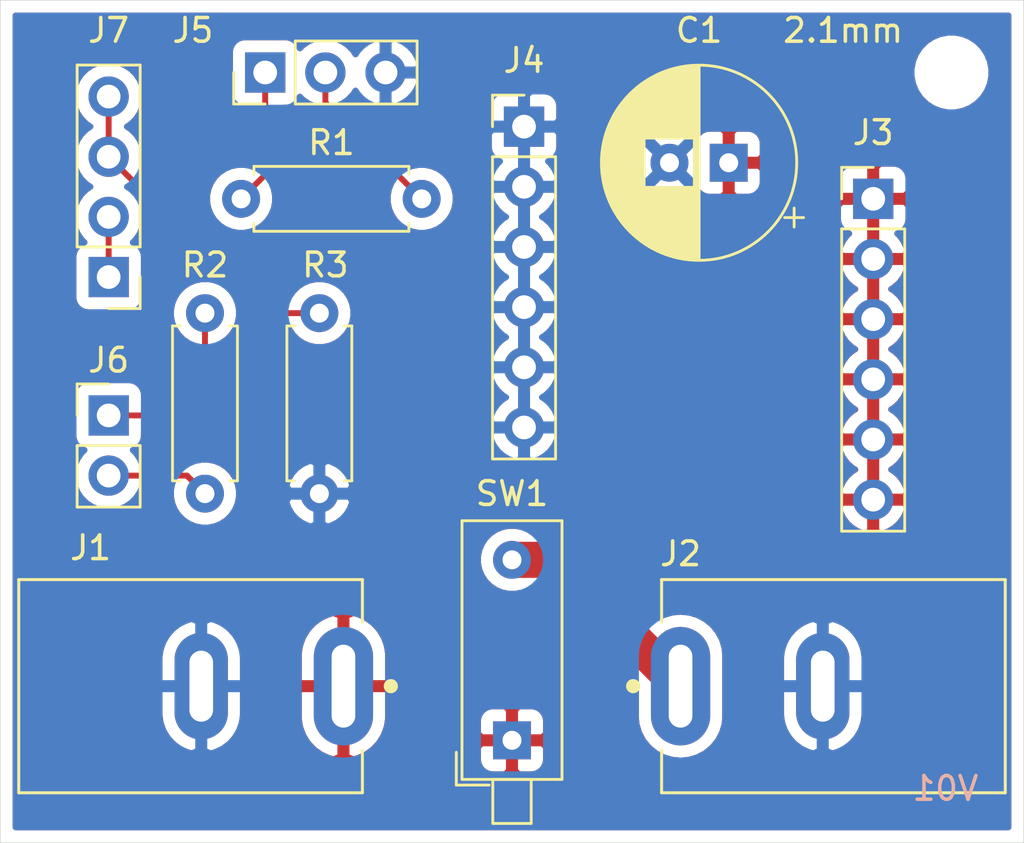
<source format=kicad_pcb>
(kicad_pcb (version 20171130) (host pcbnew "(5.1.10)-1")

  (general
    (thickness 1.6)
    (drawings 6)
    (tracks 15)
    (zones 0)
    (modules 13)
    (nets 10)
  )

  (page A4)
  (title_block
    (title LEDMatrix)
    (date 2021-06-18)
    (rev v01)
  )

  (layers
    (0 F.Cu signal hide)
    (31 B.Cu signal hide)
    (32 B.Adhes user)
    (33 F.Adhes user)
    (34 B.Paste user)
    (35 F.Paste user)
    (36 B.SilkS user)
    (37 F.SilkS user)
    (38 B.Mask user)
    (39 F.Mask user)
    (40 Dwgs.User user)
    (41 Cmts.User user)
    (42 Eco1.User user)
    (43 Eco2.User user)
    (44 Edge.Cuts user)
    (45 Margin user)
    (46 B.CrtYd user)
    (47 F.CrtYd user)
    (48 B.Fab user)
    (49 F.Fab user)
  )

  (setup
    (last_trace_width 0.25)
    (user_trace_width 1.524)
    (trace_clearance 0.2)
    (zone_clearance 0.508)
    (zone_45_only no)
    (trace_min 0.1524)
    (via_size 0.8)
    (via_drill 0.4)
    (via_min_size 0.6858)
    (via_min_drill 0.3302)
    (uvia_size 0.3)
    (uvia_drill 0.1)
    (uvias_allowed no)
    (uvia_min_size 0)
    (uvia_min_drill 0)
    (edge_width 0.05)
    (segment_width 0.2)
    (pcb_text_width 0.3)
    (pcb_text_size 1.5 1.5)
    (mod_edge_width 0.12)
    (mod_text_size 1 1)
    (mod_text_width 0.15)
    (pad_size 1.524 1.524)
    (pad_drill 0.762)
    (pad_to_mask_clearance 0.0508)
    (aux_axis_origin 0 0)
    (visible_elements 7FFFFFFF)
    (pcbplotparams
      (layerselection 0x010f0_ffffffff)
      (usegerberextensions true)
      (usegerberattributes true)
      (usegerberadvancedattributes true)
      (creategerberjobfile true)
      (excludeedgelayer true)
      (linewidth 0.100000)
      (plotframeref false)
      (viasonmask false)
      (mode 1)
      (useauxorigin false)
      (hpglpennumber 1)
      (hpglpenspeed 20)
      (hpglpendiameter 15.000000)
      (psnegative false)
      (psa4output false)
      (plotreference true)
      (plotvalue false)
      (plotinvisibletext false)
      (padsonsilk false)
      (subtractmaskfromsilk false)
      (outputformat 1)
      (mirror false)
      (drillshape 0)
      (scaleselection 1)
      (outputdirectory "gerbers/"))
  )

  (net 0 "")
  (net 1 VDD)
  (net 2 GND)
  (net 3 "Net-(J2-Pad1)")
  (net 4 "Net-(J5-Pad1)")
  (net 5 "Net-(J5-Pad2)")
  (net 6 "Net-(J6-Pad1)")
  (net 7 "Net-(J6-Pad2)")
  (net 8 "Net-(J7-Pad1)")
  (net 9 "Net-(J7-Pad3)")

  (net_class Default "This is the default net class."
    (clearance 0.2)
    (trace_width 0.25)
    (via_dia 0.8)
    (via_drill 0.4)
    (uvia_dia 0.3)
    (uvia_drill 0.1)
    (add_net GND)
    (add_net "Net-(J2-Pad1)")
    (add_net "Net-(J5-Pad1)")
    (add_net "Net-(J5-Pad2)")
    (add_net "Net-(J6-Pad1)")
    (add_net "Net-(J6-Pad2)")
    (add_net "Net-(J7-Pad1)")
    (add_net "Net-(J7-Pad3)")
    (add_net VDD)
  )

  (module MountingHole:MountingHole_2.1mm locked (layer F.Cu) (tedit 5B924765) (tstamp 60CFA3E3)
    (at 162.052 79.248)
    (descr "Mounting Hole 2.1mm, no annular")
    (tags "mounting hole 2.1mm no annular")
    (attr virtual)
    (fp_text reference "" (at -3.81 -2.032) (layer F.SilkS)
      (effects (font (size 1 1) (thickness 0.15)))
    )
    (fp_text value MountingHole_2.1mm (at -0.254 -4.826) (layer F.Fab)
      (effects (font (size 1 1) (thickness 0.15)))
    )
    (fp_circle (center 0 0) (end 2.1 0) (layer Cmts.User) (width 0.15))
    (fp_circle (center 0 0) (end 2.35 0) (layer F.CrtYd) (width 0.05))
    (fp_text user %R (at 0.3 0) (layer F.Fab)
      (effects (font (size 1 1) (thickness 0.15)))
    )
    (pad "" np_thru_hole circle (at 0 0) (size 2.1 2.1) (drill 2.1) (layers *.Cu *.Mask))
  )

  (module Capacitor_THT:CP_Radial_D8.0mm_P2.50mm (layer F.Cu) (tedit 5AE50EF0) (tstamp 60CD9568)
    (at 152.654 83.058 180)
    (descr "CP, Radial series, Radial, pin pitch=2.50mm, , diameter=8mm, Electrolytic Capacitor")
    (tags "CP Radial series Radial pin pitch 2.50mm  diameter 8mm Electrolytic Capacitor")
    (path /60C9E1A0)
    (fp_text reference C1 (at 1.25 5.588) (layer F.SilkS)
      (effects (font (size 1 1) (thickness 0.15)))
    )
    (fp_text value CP (at 1.27 3.048) (layer F.Fab)
      (effects (font (size 1 1) (thickness 0.15)))
    )
    (fp_line (start -2.759698 -2.715) (end -2.759698 -1.915) (layer F.SilkS) (width 0.12))
    (fp_line (start -3.159698 -2.315) (end -2.359698 -2.315) (layer F.SilkS) (width 0.12))
    (fp_line (start 5.331 -0.533) (end 5.331 0.533) (layer F.SilkS) (width 0.12))
    (fp_line (start 5.291 -0.768) (end 5.291 0.768) (layer F.SilkS) (width 0.12))
    (fp_line (start 5.251 -0.948) (end 5.251 0.948) (layer F.SilkS) (width 0.12))
    (fp_line (start 5.211 -1.098) (end 5.211 1.098) (layer F.SilkS) (width 0.12))
    (fp_line (start 5.171 -1.229) (end 5.171 1.229) (layer F.SilkS) (width 0.12))
    (fp_line (start 5.131 -1.346) (end 5.131 1.346) (layer F.SilkS) (width 0.12))
    (fp_line (start 5.091 -1.453) (end 5.091 1.453) (layer F.SilkS) (width 0.12))
    (fp_line (start 5.051 -1.552) (end 5.051 1.552) (layer F.SilkS) (width 0.12))
    (fp_line (start 5.011 -1.645) (end 5.011 1.645) (layer F.SilkS) (width 0.12))
    (fp_line (start 4.971 -1.731) (end 4.971 1.731) (layer F.SilkS) (width 0.12))
    (fp_line (start 4.931 -1.813) (end 4.931 1.813) (layer F.SilkS) (width 0.12))
    (fp_line (start 4.891 -1.89) (end 4.891 1.89) (layer F.SilkS) (width 0.12))
    (fp_line (start 4.851 -1.964) (end 4.851 1.964) (layer F.SilkS) (width 0.12))
    (fp_line (start 4.811 -2.034) (end 4.811 2.034) (layer F.SilkS) (width 0.12))
    (fp_line (start 4.771 -2.102) (end 4.771 2.102) (layer F.SilkS) (width 0.12))
    (fp_line (start 4.731 -2.166) (end 4.731 2.166) (layer F.SilkS) (width 0.12))
    (fp_line (start 4.691 -2.228) (end 4.691 2.228) (layer F.SilkS) (width 0.12))
    (fp_line (start 4.651 -2.287) (end 4.651 2.287) (layer F.SilkS) (width 0.12))
    (fp_line (start 4.611 -2.345) (end 4.611 2.345) (layer F.SilkS) (width 0.12))
    (fp_line (start 4.571 -2.4) (end 4.571 2.4) (layer F.SilkS) (width 0.12))
    (fp_line (start 4.531 -2.454) (end 4.531 2.454) (layer F.SilkS) (width 0.12))
    (fp_line (start 4.491 -2.505) (end 4.491 2.505) (layer F.SilkS) (width 0.12))
    (fp_line (start 4.451 -2.556) (end 4.451 2.556) (layer F.SilkS) (width 0.12))
    (fp_line (start 4.411 -2.604) (end 4.411 2.604) (layer F.SilkS) (width 0.12))
    (fp_line (start 4.371 -2.651) (end 4.371 2.651) (layer F.SilkS) (width 0.12))
    (fp_line (start 4.331 -2.697) (end 4.331 2.697) (layer F.SilkS) (width 0.12))
    (fp_line (start 4.291 -2.741) (end 4.291 2.741) (layer F.SilkS) (width 0.12))
    (fp_line (start 4.251 -2.784) (end 4.251 2.784) (layer F.SilkS) (width 0.12))
    (fp_line (start 4.211 -2.826) (end 4.211 2.826) (layer F.SilkS) (width 0.12))
    (fp_line (start 4.171 -2.867) (end 4.171 2.867) (layer F.SilkS) (width 0.12))
    (fp_line (start 4.131 -2.907) (end 4.131 2.907) (layer F.SilkS) (width 0.12))
    (fp_line (start 4.091 -2.945) (end 4.091 2.945) (layer F.SilkS) (width 0.12))
    (fp_line (start 4.051 -2.983) (end 4.051 2.983) (layer F.SilkS) (width 0.12))
    (fp_line (start 4.011 -3.019) (end 4.011 3.019) (layer F.SilkS) (width 0.12))
    (fp_line (start 3.971 -3.055) (end 3.971 3.055) (layer F.SilkS) (width 0.12))
    (fp_line (start 3.931 -3.09) (end 3.931 3.09) (layer F.SilkS) (width 0.12))
    (fp_line (start 3.891 -3.124) (end 3.891 3.124) (layer F.SilkS) (width 0.12))
    (fp_line (start 3.851 -3.156) (end 3.851 3.156) (layer F.SilkS) (width 0.12))
    (fp_line (start 3.811 -3.189) (end 3.811 3.189) (layer F.SilkS) (width 0.12))
    (fp_line (start 3.771 -3.22) (end 3.771 3.22) (layer F.SilkS) (width 0.12))
    (fp_line (start 3.731 -3.25) (end 3.731 3.25) (layer F.SilkS) (width 0.12))
    (fp_line (start 3.691 -3.28) (end 3.691 3.28) (layer F.SilkS) (width 0.12))
    (fp_line (start 3.651 -3.309) (end 3.651 3.309) (layer F.SilkS) (width 0.12))
    (fp_line (start 3.611 -3.338) (end 3.611 3.338) (layer F.SilkS) (width 0.12))
    (fp_line (start 3.571 -3.365) (end 3.571 3.365) (layer F.SilkS) (width 0.12))
    (fp_line (start 3.531 1.04) (end 3.531 3.392) (layer F.SilkS) (width 0.12))
    (fp_line (start 3.531 -3.392) (end 3.531 -1.04) (layer F.SilkS) (width 0.12))
    (fp_line (start 3.491 1.04) (end 3.491 3.418) (layer F.SilkS) (width 0.12))
    (fp_line (start 3.491 -3.418) (end 3.491 -1.04) (layer F.SilkS) (width 0.12))
    (fp_line (start 3.451 1.04) (end 3.451 3.444) (layer F.SilkS) (width 0.12))
    (fp_line (start 3.451 -3.444) (end 3.451 -1.04) (layer F.SilkS) (width 0.12))
    (fp_line (start 3.411 1.04) (end 3.411 3.469) (layer F.SilkS) (width 0.12))
    (fp_line (start 3.411 -3.469) (end 3.411 -1.04) (layer F.SilkS) (width 0.12))
    (fp_line (start 3.371 1.04) (end 3.371 3.493) (layer F.SilkS) (width 0.12))
    (fp_line (start 3.371 -3.493) (end 3.371 -1.04) (layer F.SilkS) (width 0.12))
    (fp_line (start 3.331 1.04) (end 3.331 3.517) (layer F.SilkS) (width 0.12))
    (fp_line (start 3.331 -3.517) (end 3.331 -1.04) (layer F.SilkS) (width 0.12))
    (fp_line (start 3.291 1.04) (end 3.291 3.54) (layer F.SilkS) (width 0.12))
    (fp_line (start 3.291 -3.54) (end 3.291 -1.04) (layer F.SilkS) (width 0.12))
    (fp_line (start 3.251 1.04) (end 3.251 3.562) (layer F.SilkS) (width 0.12))
    (fp_line (start 3.251 -3.562) (end 3.251 -1.04) (layer F.SilkS) (width 0.12))
    (fp_line (start 3.211 1.04) (end 3.211 3.584) (layer F.SilkS) (width 0.12))
    (fp_line (start 3.211 -3.584) (end 3.211 -1.04) (layer F.SilkS) (width 0.12))
    (fp_line (start 3.171 1.04) (end 3.171 3.606) (layer F.SilkS) (width 0.12))
    (fp_line (start 3.171 -3.606) (end 3.171 -1.04) (layer F.SilkS) (width 0.12))
    (fp_line (start 3.131 1.04) (end 3.131 3.627) (layer F.SilkS) (width 0.12))
    (fp_line (start 3.131 -3.627) (end 3.131 -1.04) (layer F.SilkS) (width 0.12))
    (fp_line (start 3.091 1.04) (end 3.091 3.647) (layer F.SilkS) (width 0.12))
    (fp_line (start 3.091 -3.647) (end 3.091 -1.04) (layer F.SilkS) (width 0.12))
    (fp_line (start 3.051 1.04) (end 3.051 3.666) (layer F.SilkS) (width 0.12))
    (fp_line (start 3.051 -3.666) (end 3.051 -1.04) (layer F.SilkS) (width 0.12))
    (fp_line (start 3.011 1.04) (end 3.011 3.686) (layer F.SilkS) (width 0.12))
    (fp_line (start 3.011 -3.686) (end 3.011 -1.04) (layer F.SilkS) (width 0.12))
    (fp_line (start 2.971 1.04) (end 2.971 3.704) (layer F.SilkS) (width 0.12))
    (fp_line (start 2.971 -3.704) (end 2.971 -1.04) (layer F.SilkS) (width 0.12))
    (fp_line (start 2.931 1.04) (end 2.931 3.722) (layer F.SilkS) (width 0.12))
    (fp_line (start 2.931 -3.722) (end 2.931 -1.04) (layer F.SilkS) (width 0.12))
    (fp_line (start 2.891 1.04) (end 2.891 3.74) (layer F.SilkS) (width 0.12))
    (fp_line (start 2.891 -3.74) (end 2.891 -1.04) (layer F.SilkS) (width 0.12))
    (fp_line (start 2.851 1.04) (end 2.851 3.757) (layer F.SilkS) (width 0.12))
    (fp_line (start 2.851 -3.757) (end 2.851 -1.04) (layer F.SilkS) (width 0.12))
    (fp_line (start 2.811 1.04) (end 2.811 3.774) (layer F.SilkS) (width 0.12))
    (fp_line (start 2.811 -3.774) (end 2.811 -1.04) (layer F.SilkS) (width 0.12))
    (fp_line (start 2.771 1.04) (end 2.771 3.79) (layer F.SilkS) (width 0.12))
    (fp_line (start 2.771 -3.79) (end 2.771 -1.04) (layer F.SilkS) (width 0.12))
    (fp_line (start 2.731 1.04) (end 2.731 3.805) (layer F.SilkS) (width 0.12))
    (fp_line (start 2.731 -3.805) (end 2.731 -1.04) (layer F.SilkS) (width 0.12))
    (fp_line (start 2.691 1.04) (end 2.691 3.821) (layer F.SilkS) (width 0.12))
    (fp_line (start 2.691 -3.821) (end 2.691 -1.04) (layer F.SilkS) (width 0.12))
    (fp_line (start 2.651 1.04) (end 2.651 3.835) (layer F.SilkS) (width 0.12))
    (fp_line (start 2.651 -3.835) (end 2.651 -1.04) (layer F.SilkS) (width 0.12))
    (fp_line (start 2.611 1.04) (end 2.611 3.85) (layer F.SilkS) (width 0.12))
    (fp_line (start 2.611 -3.85) (end 2.611 -1.04) (layer F.SilkS) (width 0.12))
    (fp_line (start 2.571 1.04) (end 2.571 3.863) (layer F.SilkS) (width 0.12))
    (fp_line (start 2.571 -3.863) (end 2.571 -1.04) (layer F.SilkS) (width 0.12))
    (fp_line (start 2.531 1.04) (end 2.531 3.877) (layer F.SilkS) (width 0.12))
    (fp_line (start 2.531 -3.877) (end 2.531 -1.04) (layer F.SilkS) (width 0.12))
    (fp_line (start 2.491 1.04) (end 2.491 3.889) (layer F.SilkS) (width 0.12))
    (fp_line (start 2.491 -3.889) (end 2.491 -1.04) (layer F.SilkS) (width 0.12))
    (fp_line (start 2.451 1.04) (end 2.451 3.902) (layer F.SilkS) (width 0.12))
    (fp_line (start 2.451 -3.902) (end 2.451 -1.04) (layer F.SilkS) (width 0.12))
    (fp_line (start 2.411 1.04) (end 2.411 3.914) (layer F.SilkS) (width 0.12))
    (fp_line (start 2.411 -3.914) (end 2.411 -1.04) (layer F.SilkS) (width 0.12))
    (fp_line (start 2.371 1.04) (end 2.371 3.925) (layer F.SilkS) (width 0.12))
    (fp_line (start 2.371 -3.925) (end 2.371 -1.04) (layer F.SilkS) (width 0.12))
    (fp_line (start 2.331 1.04) (end 2.331 3.936) (layer F.SilkS) (width 0.12))
    (fp_line (start 2.331 -3.936) (end 2.331 -1.04) (layer F.SilkS) (width 0.12))
    (fp_line (start 2.291 1.04) (end 2.291 3.947) (layer F.SilkS) (width 0.12))
    (fp_line (start 2.291 -3.947) (end 2.291 -1.04) (layer F.SilkS) (width 0.12))
    (fp_line (start 2.251 1.04) (end 2.251 3.957) (layer F.SilkS) (width 0.12))
    (fp_line (start 2.251 -3.957) (end 2.251 -1.04) (layer F.SilkS) (width 0.12))
    (fp_line (start 2.211 1.04) (end 2.211 3.967) (layer F.SilkS) (width 0.12))
    (fp_line (start 2.211 -3.967) (end 2.211 -1.04) (layer F.SilkS) (width 0.12))
    (fp_line (start 2.171 1.04) (end 2.171 3.976) (layer F.SilkS) (width 0.12))
    (fp_line (start 2.171 -3.976) (end 2.171 -1.04) (layer F.SilkS) (width 0.12))
    (fp_line (start 2.131 1.04) (end 2.131 3.985) (layer F.SilkS) (width 0.12))
    (fp_line (start 2.131 -3.985) (end 2.131 -1.04) (layer F.SilkS) (width 0.12))
    (fp_line (start 2.091 1.04) (end 2.091 3.994) (layer F.SilkS) (width 0.12))
    (fp_line (start 2.091 -3.994) (end 2.091 -1.04) (layer F.SilkS) (width 0.12))
    (fp_line (start 2.051 1.04) (end 2.051 4.002) (layer F.SilkS) (width 0.12))
    (fp_line (start 2.051 -4.002) (end 2.051 -1.04) (layer F.SilkS) (width 0.12))
    (fp_line (start 2.011 1.04) (end 2.011 4.01) (layer F.SilkS) (width 0.12))
    (fp_line (start 2.011 -4.01) (end 2.011 -1.04) (layer F.SilkS) (width 0.12))
    (fp_line (start 1.971 1.04) (end 1.971 4.017) (layer F.SilkS) (width 0.12))
    (fp_line (start 1.971 -4.017) (end 1.971 -1.04) (layer F.SilkS) (width 0.12))
    (fp_line (start 1.93 1.04) (end 1.93 4.024) (layer F.SilkS) (width 0.12))
    (fp_line (start 1.93 -4.024) (end 1.93 -1.04) (layer F.SilkS) (width 0.12))
    (fp_line (start 1.89 1.04) (end 1.89 4.03) (layer F.SilkS) (width 0.12))
    (fp_line (start 1.89 -4.03) (end 1.89 -1.04) (layer F.SilkS) (width 0.12))
    (fp_line (start 1.85 1.04) (end 1.85 4.037) (layer F.SilkS) (width 0.12))
    (fp_line (start 1.85 -4.037) (end 1.85 -1.04) (layer F.SilkS) (width 0.12))
    (fp_line (start 1.81 1.04) (end 1.81 4.042) (layer F.SilkS) (width 0.12))
    (fp_line (start 1.81 -4.042) (end 1.81 -1.04) (layer F.SilkS) (width 0.12))
    (fp_line (start 1.77 1.04) (end 1.77 4.048) (layer F.SilkS) (width 0.12))
    (fp_line (start 1.77 -4.048) (end 1.77 -1.04) (layer F.SilkS) (width 0.12))
    (fp_line (start 1.73 1.04) (end 1.73 4.052) (layer F.SilkS) (width 0.12))
    (fp_line (start 1.73 -4.052) (end 1.73 -1.04) (layer F.SilkS) (width 0.12))
    (fp_line (start 1.69 1.04) (end 1.69 4.057) (layer F.SilkS) (width 0.12))
    (fp_line (start 1.69 -4.057) (end 1.69 -1.04) (layer F.SilkS) (width 0.12))
    (fp_line (start 1.65 1.04) (end 1.65 4.061) (layer F.SilkS) (width 0.12))
    (fp_line (start 1.65 -4.061) (end 1.65 -1.04) (layer F.SilkS) (width 0.12))
    (fp_line (start 1.61 1.04) (end 1.61 4.065) (layer F.SilkS) (width 0.12))
    (fp_line (start 1.61 -4.065) (end 1.61 -1.04) (layer F.SilkS) (width 0.12))
    (fp_line (start 1.57 1.04) (end 1.57 4.068) (layer F.SilkS) (width 0.12))
    (fp_line (start 1.57 -4.068) (end 1.57 -1.04) (layer F.SilkS) (width 0.12))
    (fp_line (start 1.53 1.04) (end 1.53 4.071) (layer F.SilkS) (width 0.12))
    (fp_line (start 1.53 -4.071) (end 1.53 -1.04) (layer F.SilkS) (width 0.12))
    (fp_line (start 1.49 1.04) (end 1.49 4.074) (layer F.SilkS) (width 0.12))
    (fp_line (start 1.49 -4.074) (end 1.49 -1.04) (layer F.SilkS) (width 0.12))
    (fp_line (start 1.45 -4.076) (end 1.45 4.076) (layer F.SilkS) (width 0.12))
    (fp_line (start 1.41 -4.077) (end 1.41 4.077) (layer F.SilkS) (width 0.12))
    (fp_line (start 1.37 -4.079) (end 1.37 4.079) (layer F.SilkS) (width 0.12))
    (fp_line (start 1.33 -4.08) (end 1.33 4.08) (layer F.SilkS) (width 0.12))
    (fp_line (start 1.29 -4.08) (end 1.29 4.08) (layer F.SilkS) (width 0.12))
    (fp_line (start 1.25 -4.08) (end 1.25 4.08) (layer F.SilkS) (width 0.12))
    (fp_line (start -1.776759 -2.1475) (end -1.776759 -1.3475) (layer F.Fab) (width 0.1))
    (fp_line (start -2.176759 -1.7475) (end -1.376759 -1.7475) (layer F.Fab) (width 0.1))
    (fp_circle (center 1.25 0) (end 5.5 0) (layer F.CrtYd) (width 0.05))
    (fp_circle (center 1.25 0) (end 5.37 0) (layer F.SilkS) (width 0.12))
    (fp_circle (center 1.25 0) (end 5.25 0) (layer F.Fab) (width 0.1))
    (fp_text user %R (at 1.25 0) (layer F.Fab)
      (effects (font (size 1 1) (thickness 0.15)))
    )
    (pad 1 thru_hole rect (at 0 0 180) (size 1.6 1.6) (drill 0.8) (layers *.Cu *.Mask)
      (net 1 VDD))
    (pad 2 thru_hole circle (at 2.5 0 180) (size 1.6 1.6) (drill 0.8) (layers *.Cu *.Mask)
      (net 2 GND))
    (model ${KISYS3DMOD}/Capacitor_THT.3dshapes/CP_Radial_D8.0mm_P2.50mm.wrl
      (at (xyz 0 0 0))
      (scale (xyz 1 1 1))
      (rotate (xyz 0 0 0))
    )
  )

  (module PJ-037AH:CUI_PJ-037AH (layer F.Cu) (tedit 60C930A3) (tstamp 60CD9B97)
    (at 136.398 105.156 180)
    (path /60CAD928)
    (fp_text reference J1 (at 10.668 5.842) (layer F.SilkS)
      (effects (font (size 1 1) (thickness 0.15)))
    )
    (fp_text value PJ-037AH (at 8.636 -3.302) (layer F.Fab)
      (effects (font (size 1 1) (thickness 0.015)))
    )
    (fp_line (start -0.8 -4.5) (end 13.7 -4.5) (layer F.Fab) (width 0.127))
    (fp_line (start 13.7 4.5) (end -0.8 4.5) (layer F.Fab) (width 0.127))
    (fp_line (start -0.8 4.5) (end -0.8 -4.5) (layer F.Fab) (width 0.127))
    (fp_line (start 13.7 -4.5) (end 13.7 4.5) (layer F.SilkS) (width 0.127))
    (fp_line (start 13.7 4.5) (end -0.8 4.5) (layer F.SilkS) (width 0.127))
    (fp_line (start -0.8 4.5) (end -0.8 2.7) (layer F.SilkS) (width 0.127))
    (fp_line (start -0.8 -4.5) (end 13.7 -4.5) (layer F.SilkS) (width 0.127))
    (fp_line (start -0.8 -2.7) (end -0.8 -4.5) (layer F.SilkS) (width 0.127))
    (fp_line (start -1.5 -4.75) (end 13.95 -4.75) (layer F.CrtYd) (width 0.05))
    (fp_line (start 13.95 -4.75) (end 13.95 4.75) (layer F.CrtYd) (width 0.05))
    (fp_line (start 13.95 4.75) (end -1.5 4.75) (layer F.CrtYd) (width 0.05))
    (fp_circle (center -2 0) (end -1.85 0) (layer F.SilkS) (width 0.3))
    (fp_line (start -1.5 -4.75) (end -1.5 4.75) (layer F.CrtYd) (width 0.05))
    (fp_line (start 13.7 -4.5) (end 13.7 4.5) (layer F.Fab) (width 0.127))
    (fp_circle (center -2 0) (end -1.85 0) (layer F.Fab) (width 0.3))
    (pad 2 thru_hole oval (at 6 0 180) (size 2.25 4.5) (drill oval 1 3) (layers *.Cu *.Mask)
      (net 2 GND))
    (pad 1 thru_hole oval (at 0 0 180) (size 2.5 5) (drill oval 1 3.5) (layers *.Cu *.Mask)
      (net 1 VDD))
  )

  (module PJ-037AH:CUI_PJ-037AH (layer F.Cu) (tedit 60C930A3) (tstamp 60CD9592)
    (at 150.622 105.156)
    (path /60CAEA8C)
    (fp_text reference J2 (at 0 -5.588) (layer F.SilkS)
      (effects (font (size 1 1) (thickness 0.15)))
    )
    (fp_text value PJ-037AH (at 7.366 3.81) (layer F.Fab)
      (effects (font (size 1 1) (thickness 0.015)))
    )
    (fp_line (start -0.8 -4.5) (end 13.7 -4.5) (layer F.Fab) (width 0.127))
    (fp_line (start 13.7 4.5) (end -0.8 4.5) (layer F.Fab) (width 0.127))
    (fp_line (start -0.8 4.5) (end -0.8 -4.5) (layer F.Fab) (width 0.127))
    (fp_line (start 13.7 -4.5) (end 13.7 4.5) (layer F.SilkS) (width 0.127))
    (fp_line (start 13.7 4.5) (end -0.8 4.5) (layer F.SilkS) (width 0.127))
    (fp_line (start -0.8 4.5) (end -0.8 2.7) (layer F.SilkS) (width 0.127))
    (fp_line (start -0.8 -4.5) (end 13.7 -4.5) (layer F.SilkS) (width 0.127))
    (fp_line (start -0.8 -2.7) (end -0.8 -4.5) (layer F.SilkS) (width 0.127))
    (fp_line (start -1.5 -4.75) (end 13.95 -4.75) (layer F.CrtYd) (width 0.05))
    (fp_line (start 13.95 -4.75) (end 13.95 4.75) (layer F.CrtYd) (width 0.05))
    (fp_line (start 13.95 4.75) (end -1.5 4.75) (layer F.CrtYd) (width 0.05))
    (fp_circle (center -2 0) (end -1.85 0) (layer F.SilkS) (width 0.3))
    (fp_line (start -1.5 -4.75) (end -1.5 4.75) (layer F.CrtYd) (width 0.05))
    (fp_line (start 13.7 -4.5) (end 13.7 4.5) (layer F.Fab) (width 0.127))
    (fp_circle (center -2 0) (end -1.85 0) (layer F.Fab) (width 0.3))
    (pad 2 thru_hole oval (at 6 0) (size 2.25 4.5) (drill oval 1 3) (layers *.Cu *.Mask)
      (net 2 GND))
    (pad 1 thru_hole oval (at 0 0) (size 2.5 5) (drill oval 1 3.5) (layers *.Cu *.Mask)
      (net 3 "Net-(J2-Pad1)"))
  )

  (module Connector_PinHeader_2.54mm:PinHeader_1x06_P2.54mm_Vertical (layer F.Cu) (tedit 59FED5CC) (tstamp 60CD95AC)
    (at 158.75 84.582)
    (descr "Through hole straight pin header, 1x06, 2.54mm pitch, single row")
    (tags "Through hole pin header THT 1x06 2.54mm single row")
    (path /60C7E831)
    (fp_text reference J3 (at 0 -2.794) (layer F.SilkS)
      (effects (font (size 1 1) (thickness 0.15)))
    )
    (fp_text value Conn_01x06 (at 0 17.018) (layer F.Fab)
      (effects (font (size 1 1) (thickness 0.15)))
    )
    (fp_line (start 1.8 -1.8) (end -1.8 -1.8) (layer F.CrtYd) (width 0.05))
    (fp_line (start 1.8 14.5) (end 1.8 -1.8) (layer F.CrtYd) (width 0.05))
    (fp_line (start -1.8 14.5) (end 1.8 14.5) (layer F.CrtYd) (width 0.05))
    (fp_line (start -1.8 -1.8) (end -1.8 14.5) (layer F.CrtYd) (width 0.05))
    (fp_line (start -1.33 -1.33) (end 0 -1.33) (layer F.SilkS) (width 0.12))
    (fp_line (start -1.33 0) (end -1.33 -1.33) (layer F.SilkS) (width 0.12))
    (fp_line (start -1.33 1.27) (end 1.33 1.27) (layer F.SilkS) (width 0.12))
    (fp_line (start 1.33 1.27) (end 1.33 14.03) (layer F.SilkS) (width 0.12))
    (fp_line (start -1.33 1.27) (end -1.33 14.03) (layer F.SilkS) (width 0.12))
    (fp_line (start -1.33 14.03) (end 1.33 14.03) (layer F.SilkS) (width 0.12))
    (fp_line (start -1.27 -0.635) (end -0.635 -1.27) (layer F.Fab) (width 0.1))
    (fp_line (start -1.27 13.97) (end -1.27 -0.635) (layer F.Fab) (width 0.1))
    (fp_line (start 1.27 13.97) (end -1.27 13.97) (layer F.Fab) (width 0.1))
    (fp_line (start 1.27 -1.27) (end 1.27 13.97) (layer F.Fab) (width 0.1))
    (fp_line (start -0.635 -1.27) (end 1.27 -1.27) (layer F.Fab) (width 0.1))
    (fp_text user %R (at 0 6.35 90) (layer F.Fab)
      (effects (font (size 1 1) (thickness 0.15)))
    )
    (pad 1 thru_hole rect (at 0 0) (size 1.7 1.7) (drill 1) (layers *.Cu *.Mask)
      (net 1 VDD))
    (pad 2 thru_hole oval (at 0 2.54) (size 1.7 1.7) (drill 1) (layers *.Cu *.Mask)
      (net 1 VDD))
    (pad 3 thru_hole oval (at 0 5.08) (size 1.7 1.7) (drill 1) (layers *.Cu *.Mask)
      (net 1 VDD))
    (pad 4 thru_hole oval (at 0 7.62) (size 1.7 1.7) (drill 1) (layers *.Cu *.Mask)
      (net 1 VDD))
    (pad 5 thru_hole oval (at 0 10.16) (size 1.7 1.7) (drill 1) (layers *.Cu *.Mask)
      (net 1 VDD))
    (pad 6 thru_hole oval (at 0 12.7) (size 1.7 1.7) (drill 1) (layers *.Cu *.Mask)
      (net 1 VDD))
    (model ${KISYS3DMOD}/Connector_PinHeader_2.54mm.3dshapes/PinHeader_1x06_P2.54mm_Vertical.wrl
      (at (xyz 0 0 0))
      (scale (xyz 1 1 1))
      (rotate (xyz 0 0 0))
    )
  )

  (module Connector_PinHeader_2.54mm:PinHeader_1x06_P2.54mm_Vertical (layer F.Cu) (tedit 59FED5CC) (tstamp 60CD95C6)
    (at 144.018 81.534)
    (descr "Through hole straight pin header, 1x06, 2.54mm pitch, single row")
    (tags "Through hole pin header THT 1x06 2.54mm single row")
    (path /60C7FE7C)
    (fp_text reference J4 (at 0 -2.794) (layer F.SilkS)
      (effects (font (size 1 1) (thickness 0.15)))
    )
    (fp_text value Conn_01x06 (at 0.508 8.128 90) (layer F.Fab)
      (effects (font (size 1 1) (thickness 0.15)))
    )
    (fp_line (start -0.635 -1.27) (end 1.27 -1.27) (layer F.Fab) (width 0.1))
    (fp_line (start 1.27 -1.27) (end 1.27 13.97) (layer F.Fab) (width 0.1))
    (fp_line (start 1.27 13.97) (end -1.27 13.97) (layer F.Fab) (width 0.1))
    (fp_line (start -1.27 13.97) (end -1.27 -0.635) (layer F.Fab) (width 0.1))
    (fp_line (start -1.27 -0.635) (end -0.635 -1.27) (layer F.Fab) (width 0.1))
    (fp_line (start -1.33 14.03) (end 1.33 14.03) (layer F.SilkS) (width 0.12))
    (fp_line (start -1.33 1.27) (end -1.33 14.03) (layer F.SilkS) (width 0.12))
    (fp_line (start 1.33 1.27) (end 1.33 14.03) (layer F.SilkS) (width 0.12))
    (fp_line (start -1.33 1.27) (end 1.33 1.27) (layer F.SilkS) (width 0.12))
    (fp_line (start -1.33 0) (end -1.33 -1.33) (layer F.SilkS) (width 0.12))
    (fp_line (start -1.33 -1.33) (end 0 -1.33) (layer F.SilkS) (width 0.12))
    (fp_line (start -1.8 -1.8) (end -1.8 14.5) (layer F.CrtYd) (width 0.05))
    (fp_line (start -1.8 14.5) (end 1.8 14.5) (layer F.CrtYd) (width 0.05))
    (fp_line (start 1.8 14.5) (end 1.8 -1.8) (layer F.CrtYd) (width 0.05))
    (fp_line (start 1.8 -1.8) (end -1.8 -1.8) (layer F.CrtYd) (width 0.05))
    (fp_text user %R (at 0 6.35 90) (layer F.Fab)
      (effects (font (size 1 1) (thickness 0.15)))
    )
    (pad 6 thru_hole oval (at 0 12.7) (size 1.7 1.7) (drill 1) (layers *.Cu *.Mask)
      (net 2 GND))
    (pad 5 thru_hole oval (at 0 10.16) (size 1.7 1.7) (drill 1) (layers *.Cu *.Mask)
      (net 2 GND))
    (pad 4 thru_hole oval (at 0 7.62) (size 1.7 1.7) (drill 1) (layers *.Cu *.Mask)
      (net 2 GND))
    (pad 3 thru_hole oval (at 0 5.08) (size 1.7 1.7) (drill 1) (layers *.Cu *.Mask)
      (net 2 GND))
    (pad 2 thru_hole oval (at 0 2.54) (size 1.7 1.7) (drill 1) (layers *.Cu *.Mask)
      (net 2 GND))
    (pad 1 thru_hole rect (at 0 0) (size 1.7 1.7) (drill 1) (layers *.Cu *.Mask)
      (net 2 GND))
    (model ${KISYS3DMOD}/Connector_PinHeader_2.54mm.3dshapes/PinHeader_1x06_P2.54mm_Vertical.wrl
      (at (xyz 0 0 0))
      (scale (xyz 1 1 1))
      (rotate (xyz 0 0 0))
    )
  )

  (module Connector_PinHeader_2.54mm:PinHeader_1x03_P2.54mm_Vertical (layer F.Cu) (tedit 59FED5CC) (tstamp 60CD95DD)
    (at 133.096 79.248 90)
    (descr "Through hole straight pin header, 1x03, 2.54mm pitch, single row")
    (tags "Through hole pin header THT 1x03 2.54mm single row")
    (path /60C8F774)
    (fp_text reference J5 (at 1.778 -3.048 180) (layer F.SilkS)
      (effects (font (size 1 1) (thickness 0.15)))
    )
    (fp_text value Conn_01x03 (at 0.254 2.54 180) (layer F.Fab)
      (effects (font (size 1 1) (thickness 0.15)))
    )
    (fp_line (start 1.8 -1.8) (end -1.8 -1.8) (layer F.CrtYd) (width 0.05))
    (fp_line (start 1.8 6.85) (end 1.8 -1.8) (layer F.CrtYd) (width 0.05))
    (fp_line (start -1.8 6.85) (end 1.8 6.85) (layer F.CrtYd) (width 0.05))
    (fp_line (start -1.8 -1.8) (end -1.8 6.85) (layer F.CrtYd) (width 0.05))
    (fp_line (start -1.33 -1.33) (end 0 -1.33) (layer F.SilkS) (width 0.12))
    (fp_line (start -1.33 0) (end -1.33 -1.33) (layer F.SilkS) (width 0.12))
    (fp_line (start -1.33 1.27) (end 1.33 1.27) (layer F.SilkS) (width 0.12))
    (fp_line (start 1.33 1.27) (end 1.33 6.41) (layer F.SilkS) (width 0.12))
    (fp_line (start -1.33 1.27) (end -1.33 6.41) (layer F.SilkS) (width 0.12))
    (fp_line (start -1.33 6.41) (end 1.33 6.41) (layer F.SilkS) (width 0.12))
    (fp_line (start -1.27 -0.635) (end -0.635 -1.27) (layer F.Fab) (width 0.1))
    (fp_line (start -1.27 6.35) (end -1.27 -0.635) (layer F.Fab) (width 0.1))
    (fp_line (start 1.27 6.35) (end -1.27 6.35) (layer F.Fab) (width 0.1))
    (fp_line (start 1.27 -1.27) (end 1.27 6.35) (layer F.Fab) (width 0.1))
    (fp_line (start -0.635 -1.27) (end 1.27 -1.27) (layer F.Fab) (width 0.1))
    (fp_text user %R (at 0 2.54) (layer F.Fab)
      (effects (font (size 1 1) (thickness 0.15)))
    )
    (pad 1 thru_hole rect (at 0 0 90) (size 1.7 1.7) (drill 1) (layers *.Cu *.Mask)
      (net 4 "Net-(J5-Pad1)"))
    (pad 2 thru_hole oval (at 0 2.54 90) (size 1.7 1.7) (drill 1) (layers *.Cu *.Mask)
      (net 5 "Net-(J5-Pad2)"))
    (pad 3 thru_hole oval (at 0 5.08 90) (size 1.7 1.7) (drill 1) (layers *.Cu *.Mask)
      (net 2 GND))
    (model ${KISYS3DMOD}/Connector_PinHeader_2.54mm.3dshapes/PinHeader_1x03_P2.54mm_Vertical.wrl
      (at (xyz 0 0 0))
      (scale (xyz 1 1 1))
      (rotate (xyz 0 0 0))
    )
  )

  (module Connector_PinHeader_2.54mm:PinHeader_1x02_P2.54mm_Vertical (layer F.Cu) (tedit 59FED5CC) (tstamp 60D048C9)
    (at 126.492 93.726)
    (descr "Through hole straight pin header, 1x02, 2.54mm pitch, single row")
    (tags "Through hole pin header THT 1x02 2.54mm single row")
    (path /60C8D8A4)
    (fp_text reference J6 (at 0 -2.33) (layer F.SilkS)
      (effects (font (size 1 1) (thickness 0.15)))
    )
    (fp_text value Conn_01x02 (at 1.016 8.128) (layer F.Fab)
      (effects (font (size 1 1) (thickness 0.15)))
    )
    (fp_line (start 1.8 -1.8) (end -1.8 -1.8) (layer F.CrtYd) (width 0.05))
    (fp_line (start 1.8 4.35) (end 1.8 -1.8) (layer F.CrtYd) (width 0.05))
    (fp_line (start -1.8 4.35) (end 1.8 4.35) (layer F.CrtYd) (width 0.05))
    (fp_line (start -1.8 -1.8) (end -1.8 4.35) (layer F.CrtYd) (width 0.05))
    (fp_line (start -1.33 -1.33) (end 0 -1.33) (layer F.SilkS) (width 0.12))
    (fp_line (start -1.33 0) (end -1.33 -1.33) (layer F.SilkS) (width 0.12))
    (fp_line (start -1.33 1.27) (end 1.33 1.27) (layer F.SilkS) (width 0.12))
    (fp_line (start 1.33 1.27) (end 1.33 3.87) (layer F.SilkS) (width 0.12))
    (fp_line (start -1.33 1.27) (end -1.33 3.87) (layer F.SilkS) (width 0.12))
    (fp_line (start -1.33 3.87) (end 1.33 3.87) (layer F.SilkS) (width 0.12))
    (fp_line (start -1.27 -0.635) (end -0.635 -1.27) (layer F.Fab) (width 0.1))
    (fp_line (start -1.27 3.81) (end -1.27 -0.635) (layer F.Fab) (width 0.1))
    (fp_line (start 1.27 3.81) (end -1.27 3.81) (layer F.Fab) (width 0.1))
    (fp_line (start 1.27 -1.27) (end 1.27 3.81) (layer F.Fab) (width 0.1))
    (fp_line (start -0.635 -1.27) (end 1.27 -1.27) (layer F.Fab) (width 0.1))
    (fp_text user %R (at 0 1.27 90) (layer F.Fab)
      (effects (font (size 1 1) (thickness 0.15)))
    )
    (pad 1 thru_hole rect (at 0 0) (size 1.7 1.7) (drill 1) (layers *.Cu *.Mask)
      (net 6 "Net-(J6-Pad1)"))
    (pad 2 thru_hole oval (at 0 2.54) (size 1.7 1.7) (drill 1) (layers *.Cu *.Mask)
      (net 7 "Net-(J6-Pad2)"))
    (model ${KISYS3DMOD}/Connector_PinHeader_2.54mm.3dshapes/PinHeader_1x02_P2.54mm_Vertical.wrl
      (at (xyz 0 0 0))
      (scale (xyz 1 1 1))
      (rotate (xyz 0 0 0))
    )
  )

  (module Connector_PinHeader_2.54mm:PinHeader_1x04_P2.54mm_Vertical (layer F.Cu) (tedit 59FED5CC) (tstamp 60CD960B)
    (at 126.492 87.884 180)
    (descr "Through hole straight pin header, 1x04, 2.54mm pitch, single row")
    (tags "Through hole pin header THT 1x04 2.54mm single row")
    (path /60C8E9D8)
    (fp_text reference J7 (at 0 10.414) (layer F.SilkS)
      (effects (font (size 1 1) (thickness 0.15)))
    )
    (fp_text value Conn_01x04 (at 0 4.318 90) (layer F.Fab)
      (effects (font (size 1 1) (thickness 0.15)))
    )
    (fp_line (start 1.8 -1.8) (end -1.8 -1.8) (layer F.CrtYd) (width 0.05))
    (fp_line (start 1.8 9.4) (end 1.8 -1.8) (layer F.CrtYd) (width 0.05))
    (fp_line (start -1.8 9.4) (end 1.8 9.4) (layer F.CrtYd) (width 0.05))
    (fp_line (start -1.8 -1.8) (end -1.8 9.4) (layer F.CrtYd) (width 0.05))
    (fp_line (start -1.33 -1.33) (end 0 -1.33) (layer F.SilkS) (width 0.12))
    (fp_line (start -1.33 0) (end -1.33 -1.33) (layer F.SilkS) (width 0.12))
    (fp_line (start -1.33 1.27) (end 1.33 1.27) (layer F.SilkS) (width 0.12))
    (fp_line (start 1.33 1.27) (end 1.33 8.95) (layer F.SilkS) (width 0.12))
    (fp_line (start -1.33 1.27) (end -1.33 8.95) (layer F.SilkS) (width 0.12))
    (fp_line (start -1.33 8.95) (end 1.33 8.95) (layer F.SilkS) (width 0.12))
    (fp_line (start -1.27 -0.635) (end -0.635 -1.27) (layer F.Fab) (width 0.1))
    (fp_line (start -1.27 8.89) (end -1.27 -0.635) (layer F.Fab) (width 0.1))
    (fp_line (start 1.27 8.89) (end -1.27 8.89) (layer F.Fab) (width 0.1))
    (fp_line (start 1.27 -1.27) (end 1.27 8.89) (layer F.Fab) (width 0.1))
    (fp_line (start -0.635 -1.27) (end 1.27 -1.27) (layer F.Fab) (width 0.1))
    (fp_text user %R (at 0 3.81 90) (layer F.Fab)
      (effects (font (size 1 1) (thickness 0.15)))
    )
    (pad 1 thru_hole rect (at 0 0 180) (size 1.7 1.7) (drill 1) (layers *.Cu *.Mask)
      (net 8 "Net-(J7-Pad1)"))
    (pad 2 thru_hole oval (at 0 2.54 180) (size 1.7 1.7) (drill 1) (layers *.Cu *.Mask)
      (net 8 "Net-(J7-Pad1)"))
    (pad 3 thru_hole oval (at 0 5.08 180) (size 1.7 1.7) (drill 1) (layers *.Cu *.Mask)
      (net 9 "Net-(J7-Pad3)"))
    (pad 4 thru_hole oval (at 0 7.62 180) (size 1.7 1.7) (drill 1) (layers *.Cu *.Mask)
      (net 9 "Net-(J7-Pad3)"))
    (model ${KISYS3DMOD}/Connector_PinHeader_2.54mm.3dshapes/PinHeader_1x04_P2.54mm_Vertical.wrl
      (at (xyz 0 0 0))
      (scale (xyz 1 1 1))
      (rotate (xyz 0 0 0))
    )
  )

  (module Resistor_THT:R_Axial_DIN0207_L6.3mm_D2.5mm_P7.62mm_Horizontal (layer F.Cu) (tedit 5AE5139B) (tstamp 60CDA52A)
    (at 132.08 84.582)
    (descr "Resistor, Axial_DIN0207 series, Axial, Horizontal, pin pitch=7.62mm, 0.25W = 1/4W, length*diameter=6.3*2.5mm^2, http://cdn-reichelt.de/documents/datenblatt/B400/1_4W%23YAG.pdf")
    (tags "Resistor Axial_DIN0207 series Axial Horizontal pin pitch 7.62mm 0.25W = 1/4W length 6.3mm diameter 2.5mm")
    (path /60C4A791)
    (fp_text reference R1 (at 3.81 -2.37) (layer F.SilkS)
      (effects (font (size 1 1) (thickness 0.15)))
    )
    (fp_text value 160 (at 4.826 0) (layer F.Fab)
      (effects (font (size 1 1) (thickness 0.15)))
    )
    (fp_line (start 0.66 -1.25) (end 0.66 1.25) (layer F.Fab) (width 0.1))
    (fp_line (start 0.66 1.25) (end 6.96 1.25) (layer F.Fab) (width 0.1))
    (fp_line (start 6.96 1.25) (end 6.96 -1.25) (layer F.Fab) (width 0.1))
    (fp_line (start 6.96 -1.25) (end 0.66 -1.25) (layer F.Fab) (width 0.1))
    (fp_line (start 0 0) (end 0.66 0) (layer F.Fab) (width 0.1))
    (fp_line (start 7.62 0) (end 6.96 0) (layer F.Fab) (width 0.1))
    (fp_line (start 0.54 -1.04) (end 0.54 -1.37) (layer F.SilkS) (width 0.12))
    (fp_line (start 0.54 -1.37) (end 7.08 -1.37) (layer F.SilkS) (width 0.12))
    (fp_line (start 7.08 -1.37) (end 7.08 -1.04) (layer F.SilkS) (width 0.12))
    (fp_line (start 0.54 1.04) (end 0.54 1.37) (layer F.SilkS) (width 0.12))
    (fp_line (start 0.54 1.37) (end 7.08 1.37) (layer F.SilkS) (width 0.12))
    (fp_line (start 7.08 1.37) (end 7.08 1.04) (layer F.SilkS) (width 0.12))
    (fp_line (start -1.05 -1.5) (end -1.05 1.5) (layer F.CrtYd) (width 0.05))
    (fp_line (start -1.05 1.5) (end 8.67 1.5) (layer F.CrtYd) (width 0.05))
    (fp_line (start 8.67 1.5) (end 8.67 -1.5) (layer F.CrtYd) (width 0.05))
    (fp_line (start 8.67 -1.5) (end -1.05 -1.5) (layer F.CrtYd) (width 0.05))
    (fp_text user %R (at 2.032 0) (layer F.Fab)
      (effects (font (size 1 1) (thickness 0.15)))
    )
    (pad 2 thru_hole oval (at 7.62 0) (size 1.6 1.6) (drill 0.8) (layers *.Cu *.Mask)
      (net 5 "Net-(J5-Pad2)"))
    (pad 1 thru_hole circle (at 0 0) (size 1.6 1.6) (drill 0.8) (layers *.Cu *.Mask)
      (net 4 "Net-(J5-Pad1)"))
    (model ${KISYS3DMOD}/Resistor_THT.3dshapes/R_Axial_DIN0207_L6.3mm_D2.5mm_P7.62mm_Horizontal.wrl
      (at (xyz 0 0 0))
      (scale (xyz 1 1 1))
      (rotate (xyz 0 0 0))
    )
  )

  (module Resistor_THT:R_Axial_DIN0207_L6.3mm_D2.5mm_P7.62mm_Horizontal (layer F.Cu) (tedit 5AE5139B) (tstamp 60CD9639)
    (at 130.556 89.408 270)
    (descr "Resistor, Axial_DIN0207 series, Axial, Horizontal, pin pitch=7.62mm, 0.25W = 1/4W, length*diameter=6.3*2.5mm^2, http://cdn-reichelt.de/documents/datenblatt/B400/1_4W%23YAG.pdf")
    (tags "Resistor Axial_DIN0207 series Axial Horizontal pin pitch 7.62mm 0.25W = 1/4W length 6.3mm diameter 2.5mm")
    (path /60B6188D)
    (fp_text reference R2 (at -2.032 0 180) (layer F.SilkS)
      (effects (font (size 1 1) (thickness 0.15)))
    )
    (fp_text value 330 (at 2.54 0 90) (layer F.Fab)
      (effects (font (size 1 1) (thickness 0.15)))
    )
    (fp_line (start 8.67 -1.5) (end -1.05 -1.5) (layer F.CrtYd) (width 0.05))
    (fp_line (start 8.67 1.5) (end 8.67 -1.5) (layer F.CrtYd) (width 0.05))
    (fp_line (start -1.05 1.5) (end 8.67 1.5) (layer F.CrtYd) (width 0.05))
    (fp_line (start -1.05 -1.5) (end -1.05 1.5) (layer F.CrtYd) (width 0.05))
    (fp_line (start 7.08 1.37) (end 7.08 1.04) (layer F.SilkS) (width 0.12))
    (fp_line (start 0.54 1.37) (end 7.08 1.37) (layer F.SilkS) (width 0.12))
    (fp_line (start 0.54 1.04) (end 0.54 1.37) (layer F.SilkS) (width 0.12))
    (fp_line (start 7.08 -1.37) (end 7.08 -1.04) (layer F.SilkS) (width 0.12))
    (fp_line (start 0.54 -1.37) (end 7.08 -1.37) (layer F.SilkS) (width 0.12))
    (fp_line (start 0.54 -1.04) (end 0.54 -1.37) (layer F.SilkS) (width 0.12))
    (fp_line (start 7.62 0) (end 6.96 0) (layer F.Fab) (width 0.1))
    (fp_line (start 0 0) (end 0.66 0) (layer F.Fab) (width 0.1))
    (fp_line (start 6.96 -1.25) (end 0.66 -1.25) (layer F.Fab) (width 0.1))
    (fp_line (start 6.96 1.25) (end 6.96 -1.25) (layer F.Fab) (width 0.1))
    (fp_line (start 0.66 1.25) (end 6.96 1.25) (layer F.Fab) (width 0.1))
    (fp_line (start 0.66 -1.25) (end 0.66 1.25) (layer F.Fab) (width 0.1))
    (fp_text user %R (at 5.08 0 90) (layer F.Fab)
      (effects (font (size 1 1) (thickness 0.15)))
    )
    (pad 1 thru_hole circle (at 0 0 270) (size 1.6 1.6) (drill 0.8) (layers *.Cu *.Mask)
      (net 6 "Net-(J6-Pad1)"))
    (pad 2 thru_hole oval (at 7.62 0 270) (size 1.6 1.6) (drill 0.8) (layers *.Cu *.Mask)
      (net 7 "Net-(J6-Pad2)"))
    (model ${KISYS3DMOD}/Resistor_THT.3dshapes/R_Axial_DIN0207_L6.3mm_D2.5mm_P7.62mm_Horizontal.wrl
      (at (xyz 0 0 0))
      (scale (xyz 1 1 1))
      (rotate (xyz 0 0 0))
    )
  )

  (module Resistor_THT:R_Axial_DIN0207_L6.3mm_D2.5mm_P7.62mm_Horizontal (layer F.Cu) (tedit 5AE5139B) (tstamp 60CF0B47)
    (at 135.382 89.408 270)
    (descr "Resistor, Axial_DIN0207 series, Axial, Horizontal, pin pitch=7.62mm, 0.25W = 1/4W, length*diameter=6.3*2.5mm^2, http://cdn-reichelt.de/documents/datenblatt/B400/1_4W%23YAG.pdf")
    (tags "Resistor Axial_DIN0207 series Axial Horizontal pin pitch 7.62mm 0.25W = 1/4W length 6.3mm diameter 2.5mm")
    (path /60C5663F)
    (fp_text reference R3 (at -2.032 -0.254 180) (layer F.SilkS)
      (effects (font (size 1 1) (thickness 0.15)))
    )
    (fp_text value 1k (at 2.54 0 90) (layer F.Fab)
      (effects (font (size 1 1) (thickness 0.15)))
    )
    (fp_line (start 8.67 -1.5) (end -1.05 -1.5) (layer F.CrtYd) (width 0.05))
    (fp_line (start 8.67 1.5) (end 8.67 -1.5) (layer F.CrtYd) (width 0.05))
    (fp_line (start -1.05 1.5) (end 8.67 1.5) (layer F.CrtYd) (width 0.05))
    (fp_line (start -1.05 -1.5) (end -1.05 1.5) (layer F.CrtYd) (width 0.05))
    (fp_line (start 7.08 1.37) (end 7.08 1.04) (layer F.SilkS) (width 0.12))
    (fp_line (start 0.54 1.37) (end 7.08 1.37) (layer F.SilkS) (width 0.12))
    (fp_line (start 0.54 1.04) (end 0.54 1.37) (layer F.SilkS) (width 0.12))
    (fp_line (start 7.08 -1.37) (end 7.08 -1.04) (layer F.SilkS) (width 0.12))
    (fp_line (start 0.54 -1.37) (end 7.08 -1.37) (layer F.SilkS) (width 0.12))
    (fp_line (start 0.54 -1.04) (end 0.54 -1.37) (layer F.SilkS) (width 0.12))
    (fp_line (start 7.62 0) (end 6.96 0) (layer F.Fab) (width 0.1))
    (fp_line (start 0 0) (end 0.66 0) (layer F.Fab) (width 0.1))
    (fp_line (start 6.96 -1.25) (end 0.66 -1.25) (layer F.Fab) (width 0.1))
    (fp_line (start 6.96 1.25) (end 6.96 -1.25) (layer F.Fab) (width 0.1))
    (fp_line (start 0.66 1.25) (end 6.96 1.25) (layer F.Fab) (width 0.1))
    (fp_line (start 0.66 -1.25) (end 0.66 1.25) (layer F.Fab) (width 0.1))
    (fp_text user %R (at 5.334 0 90) (layer F.Fab)
      (effects (font (size 1 1) (thickness 0.15)))
    )
    (pad 1 thru_hole circle (at 0 0 270) (size 1.6 1.6) (drill 0.8) (layers *.Cu *.Mask)
      (net 9 "Net-(J7-Pad3)"))
    (pad 2 thru_hole oval (at 7.62 0 270) (size 1.6 1.6) (drill 0.8) (layers *.Cu *.Mask)
      (net 2 GND))
    (model ${KISYS3DMOD}/Resistor_THT.3dshapes/R_Axial_DIN0207_L6.3mm_D2.5mm_P7.62mm_Horizontal.wrl
      (at (xyz 0 0 0))
      (scale (xyz 1 1 1))
      (rotate (xyz 0 0 0))
    )
  )

  (module Button_Switch_THT:SW_DIP_SPSTx01_Piano_10.8x4.1mm_W7.62mm_P2.54mm (layer F.Cu) (tedit 5A4E1404) (tstamp 60CD966E)
    (at 143.51 107.442 90)
    (descr "1x-dip-switch SPST , Piano, row spacing 7.62 mm (300 mils), body size 10.8x4.1mm")
    (tags "DIP Switch SPST Piano 7.62mm 300mil")
    (path /60CEA673)
    (fp_text reference SW1 (at 10.414 0 180) (layer F.SilkS)
      (effects (font (size 1 1) (thickness 0.15)))
    )
    (fp_text value SW_DIP_x01 (at 3.81 1.27 90) (layer F.Fab)
      (effects (font (size 1 1) (thickness 0.15)))
    )
    (fp_line (start -0.59 -2.05) (end 9.21 -2.05) (layer F.Fab) (width 0.1))
    (fp_line (start 9.21 -2.05) (end 9.21 2.05) (layer F.Fab) (width 0.1))
    (fp_line (start 9.21 2.05) (end -1.59 2.05) (layer F.Fab) (width 0.1))
    (fp_line (start -1.59 2.05) (end -1.59 -1.05) (layer F.Fab) (width 0.1))
    (fp_line (start -1.59 -1.05) (end -0.59 -2.05) (layer F.Fab) (width 0.1))
    (fp_line (start -1.59 -0.75) (end -1.59 0.75) (layer F.Fab) (width 0.1))
    (fp_line (start -1.59 0.75) (end -3.39 0.75) (layer F.Fab) (width 0.1))
    (fp_line (start -3.39 0.75) (end -3.39 -0.75) (layer F.Fab) (width 0.1))
    (fp_line (start -3.39 -0.75) (end -1.59 -0.75) (layer F.Fab) (width 0.1))
    (fp_line (start -1.65 -2.11) (end 9.27 -2.11) (layer F.SilkS) (width 0.12))
    (fp_line (start -1.65 2.11) (end 9.27 2.11) (layer F.SilkS) (width 0.12))
    (fp_line (start -1.65 -2.11) (end -1.65 2.11) (layer F.SilkS) (width 0.12))
    (fp_line (start 9.27 -2.11) (end 9.27 2.11) (layer F.SilkS) (width 0.12))
    (fp_line (start -1.89 -2.35) (end -0.507 -2.35) (layer F.SilkS) (width 0.12))
    (fp_line (start -1.89 -2.35) (end -1.89 -0.967) (layer F.SilkS) (width 0.12))
    (fp_line (start -3.51 -0.81) (end -1.65 -0.81) (layer F.SilkS) (width 0.12))
    (fp_line (start -3.51 0.81) (end -1.65 0.81) (layer F.SilkS) (width 0.12))
    (fp_line (start -3.51 -0.81) (end -3.51 0.81) (layer F.SilkS) (width 0.12))
    (fp_line (start -1.65 -0.81) (end -1.65 0.81) (layer F.SilkS) (width 0.12))
    (fp_line (start -3.65 -2.4) (end -3.65 2.4) (layer F.CrtYd) (width 0.05))
    (fp_line (start -3.65 2.4) (end 9.5 2.4) (layer F.CrtYd) (width 0.05))
    (fp_line (start 9.5 2.4) (end 9.5 -2.4) (layer F.CrtYd) (width 0.05))
    (fp_line (start 9.5 -2.4) (end -3.65 -2.4) (layer F.CrtYd) (width 0.05))
    (fp_text user %R (at 3.81 -1.016 90) (layer F.Fab)
      (effects (font (size 0.6 0.6) (thickness 0.09)))
    )
    (pad 2 thru_hole oval (at 7.62 0 90) (size 1.6 1.6) (drill 0.8) (layers *.Cu *.Mask)
      (net 3 "Net-(J2-Pad1)"))
    (pad 1 thru_hole rect (at 0 0 90) (size 1.6 1.6) (drill 0.8) (layers *.Cu *.Mask)
      (net 1 VDD))
    (model ${KISYS3DMOD}/Button_Switch_THT.3dshapes/SW_DIP_SPSTx01_Piano_10.8x4.1mm_W7.62mm_P2.54mm.wrl
      (at (xyz 0 0 0))
      (scale (xyz 1 1 1))
      (rotate (xyz 0 0 90))
    )
  )

  (gr_text 2.1mm (at 157.48 77.47) (layer F.SilkS)
    (effects (font (size 1 1) (thickness 0.15)))
  )
  (gr_text V01 (at 161.798 109.474) (layer B.SilkS)
    (effects (font (size 1 1) (thickness 0.15)) (justify mirror))
  )
  (gr_line (start 165.1 111.76) (end 121.92 111.76) (layer Edge.Cuts) (width 0.0254) (tstamp 60CD0941))
  (gr_line (start 165.1 76.2) (end 165.1 111.76) (layer Edge.Cuts) (width 0.0254) (tstamp 60CD0937))
  (gr_line (start 121.92 76.2) (end 165.1 76.2) (layer Edge.Cuts) (width 0.0254))
  (gr_line (start 121.92 76.2) (end 121.92 111.76) (layer Edge.Cuts) (width 0.0254))

  (segment (start 145.288 99.822) (end 150.622 105.156) (width 1.524) (layer F.Cu) (net 3))
  (segment (start 143.51 99.822) (end 145.288 99.822) (width 1.524) (layer F.Cu) (net 3))
  (segment (start 133.096 83.566) (end 132.08 84.582) (width 0.25) (layer F.Cu) (net 4))
  (segment (start 133.096 79.248) (end 133.096 83.566) (width 0.25) (layer F.Cu) (net 4))
  (segment (start 135.636 80.518) (end 139.7 84.582) (width 0.25) (layer F.Cu) (net 5))
  (segment (start 135.636 79.248) (end 135.636 80.518) (width 0.25) (layer F.Cu) (net 5))
  (segment (start 130.556 91.186) (end 130.556 89.408) (width 0.25) (layer F.Cu) (net 6))
  (segment (start 128.016 93.726) (end 130.556 91.186) (width 0.25) (layer F.Cu) (net 6))
  (segment (start 126.492 93.726) (end 128.016 93.726) (width 0.25) (layer F.Cu) (net 6))
  (segment (start 129.794 96.266) (end 130.556 97.028) (width 0.25) (layer F.Cu) (net 7))
  (segment (start 126.492 96.266) (end 129.794 96.266) (width 0.25) (layer F.Cu) (net 7))
  (segment (start 126.492 85.344) (end 126.492 87.884) (width 0.25) (layer F.Cu) (net 8))
  (segment (start 126.492 80.264) (end 126.492 82.804) (width 0.25) (layer F.Cu) (net 9))
  (segment (start 133.096 89.408) (end 135.382 89.408) (width 0.25) (layer F.Cu) (net 9))
  (segment (start 126.492 82.804) (end 133.096 89.408) (width 0.25) (layer F.Cu) (net 9))

  (zone (net 2) (net_name GND) (layer B.Cu) (tstamp 60D04B5B) (hatch edge 0.508)
    (connect_pads (clearance 0.508))
    (min_thickness 0.254)
    (fill yes (arc_segments 32) (thermal_gap 0.508) (thermal_bridge_width 0.508))
    (polygon
      (pts
        (xy 165.354 112.014) (xy 121.666 112.014) (xy 121.666 75.946) (xy 165.354 75.946)
      )
    )
    (filled_polygon
      (pts
        (xy 164.452301 111.1123) (xy 122.5677 111.1123) (xy 122.5677 105.283) (xy 128.638 105.283) (xy 128.638 106.408)
        (xy 128.696594 106.748919) (xy 128.820573 107.071856) (xy 129.005171 107.364401) (xy 129.243295 107.615311) (xy 129.525793 107.814944)
        (xy 129.84181 107.955629) (xy 129.997957 107.994933) (xy 130.271 107.877206) (xy 130.271 105.283) (xy 130.525 105.283)
        (xy 130.525 107.877206) (xy 130.798043 107.994933) (xy 130.95419 107.955629) (xy 131.270207 107.814944) (xy 131.552705 107.615311)
        (xy 131.790829 107.364401) (xy 131.975427 107.071856) (xy 132.099406 106.748919) (xy 132.142429 106.498596) (xy 134.513 106.498596)
        (xy 134.540275 106.775523) (xy 134.648061 107.130847) (xy 134.823097 107.458317) (xy 135.058655 107.745345) (xy 135.345683 107.980903)
        (xy 135.673152 108.155939) (xy 136.028476 108.263725) (xy 136.398 108.30012) (xy 136.767523 108.263725) (xy 137.122847 108.155939)
        (xy 137.450317 107.980903) (xy 137.737345 107.745345) (xy 137.972903 107.458317) (xy 138.147939 107.130848) (xy 138.255725 106.775524)
        (xy 138.268876 106.642) (xy 142.071928 106.642) (xy 142.071928 108.242) (xy 142.084188 108.366482) (xy 142.120498 108.48618)
        (xy 142.179463 108.596494) (xy 142.258815 108.693185) (xy 142.355506 108.772537) (xy 142.46582 108.831502) (xy 142.585518 108.867812)
        (xy 142.71 108.880072) (xy 144.31 108.880072) (xy 144.434482 108.867812) (xy 144.55418 108.831502) (xy 144.664494 108.772537)
        (xy 144.761185 108.693185) (xy 144.840537 108.596494) (xy 144.899502 108.48618) (xy 144.935812 108.366482) (xy 144.948072 108.242)
        (xy 144.948072 106.642) (xy 144.935812 106.517518) (xy 144.899502 106.39782) (xy 144.840537 106.287506) (xy 144.761185 106.190815)
        (xy 144.664494 106.111463) (xy 144.55418 106.052498) (xy 144.434482 106.016188) (xy 144.31 106.003928) (xy 142.71 106.003928)
        (xy 142.585518 106.016188) (xy 142.46582 106.052498) (xy 142.355506 106.111463) (xy 142.258815 106.190815) (xy 142.179463 106.287506)
        (xy 142.120498 106.39782) (xy 142.084188 106.517518) (xy 142.071928 106.642) (xy 138.268876 106.642) (xy 138.283 106.498597)
        (xy 138.283 103.813404) (xy 148.737 103.813404) (xy 148.737001 106.498597) (xy 148.764276 106.775524) (xy 148.872062 107.130848)
        (xy 149.047098 107.458317) (xy 149.282656 107.745345) (xy 149.569684 107.980903) (xy 149.897153 108.155939) (xy 150.252477 108.263725)
        (xy 150.622 108.30012) (xy 150.991524 108.263725) (xy 151.346848 108.155939) (xy 151.674317 107.980903) (xy 151.961345 107.745345)
        (xy 152.196903 107.458317) (xy 152.371939 107.130848) (xy 152.479725 106.775524) (xy 152.507 106.498597) (xy 152.507 105.283)
        (xy 154.862 105.283) (xy 154.862 106.408) (xy 154.920594 106.748919) (xy 155.044573 107.071856) (xy 155.229171 107.364401)
        (xy 155.467295 107.615311) (xy 155.749793 107.814944) (xy 156.06581 107.955629) (xy 156.221957 107.994933) (xy 156.495 107.877206)
        (xy 156.495 105.283) (xy 156.749 105.283) (xy 156.749 107.877206) (xy 157.022043 107.994933) (xy 157.17819 107.955629)
        (xy 157.494207 107.814944) (xy 157.776705 107.615311) (xy 158.014829 107.364401) (xy 158.199427 107.071856) (xy 158.323406 106.748919)
        (xy 158.382 106.408) (xy 158.382 105.283) (xy 156.749 105.283) (xy 156.495 105.283) (xy 154.862 105.283)
        (xy 152.507 105.283) (xy 152.507 103.904) (xy 154.862 103.904) (xy 154.862 105.029) (xy 156.495 105.029)
        (xy 156.495 102.434794) (xy 156.749 102.434794) (xy 156.749 105.029) (xy 158.382 105.029) (xy 158.382 103.904)
        (xy 158.323406 103.563081) (xy 158.199427 103.240144) (xy 158.014829 102.947599) (xy 157.776705 102.696689) (xy 157.494207 102.497056)
        (xy 157.17819 102.356371) (xy 157.022043 102.317067) (xy 156.749 102.434794) (xy 156.495 102.434794) (xy 156.221957 102.317067)
        (xy 156.06581 102.356371) (xy 155.749793 102.497056) (xy 155.467295 102.696689) (xy 155.229171 102.947599) (xy 155.044573 103.240144)
        (xy 154.920594 103.563081) (xy 154.862 103.904) (xy 152.507 103.904) (xy 152.507 103.813403) (xy 152.479725 103.536476)
        (xy 152.371939 103.181152) (xy 152.196903 102.853683) (xy 151.961345 102.566655) (xy 151.674317 102.331097) (xy 151.346847 102.156061)
        (xy 150.991523 102.048275) (xy 150.622 102.01188) (xy 150.252476 102.048275) (xy 149.897152 102.156061) (xy 149.569683 102.331097)
        (xy 149.282655 102.566655) (xy 149.047097 102.853683) (xy 148.872061 103.181153) (xy 148.764275 103.536477) (xy 148.737 103.813404)
        (xy 138.283 103.813404) (xy 138.283 103.813403) (xy 138.255725 103.536476) (xy 138.147939 103.181152) (xy 137.972903 102.853683)
        (xy 137.737345 102.566655) (xy 137.450317 102.331097) (xy 137.122848 102.156061) (xy 136.767524 102.048275) (xy 136.398 102.01188)
        (xy 136.028477 102.048275) (xy 135.673153 102.156061) (xy 135.345684 102.331097) (xy 135.058656 102.566655) (xy 134.823098 102.853683)
        (xy 134.648062 103.181152) (xy 134.540276 103.536476) (xy 134.513001 103.813403) (xy 134.513 106.498596) (xy 132.142429 106.498596)
        (xy 132.158 106.408) (xy 132.158 105.283) (xy 130.525 105.283) (xy 130.271 105.283) (xy 128.638 105.283)
        (xy 122.5677 105.283) (xy 122.5677 103.904) (xy 128.638 103.904) (xy 128.638 105.029) (xy 130.271 105.029)
        (xy 130.271 102.434794) (xy 130.525 102.434794) (xy 130.525 105.029) (xy 132.158 105.029) (xy 132.158 103.904)
        (xy 132.099406 103.563081) (xy 131.975427 103.240144) (xy 131.790829 102.947599) (xy 131.552705 102.696689) (xy 131.270207 102.497056)
        (xy 130.95419 102.356371) (xy 130.798043 102.317067) (xy 130.525 102.434794) (xy 130.271 102.434794) (xy 129.997957 102.317067)
        (xy 129.84181 102.356371) (xy 129.525793 102.497056) (xy 129.243295 102.696689) (xy 129.005171 102.947599) (xy 128.820573 103.240144)
        (xy 128.696594 103.563081) (xy 128.638 103.904) (xy 122.5677 103.904) (xy 122.5677 99.680665) (xy 142.075 99.680665)
        (xy 142.075 99.963335) (xy 142.130147 100.240574) (xy 142.23832 100.501727) (xy 142.395363 100.736759) (xy 142.595241 100.936637)
        (xy 142.830273 101.09368) (xy 143.091426 101.201853) (xy 143.368665 101.257) (xy 143.651335 101.257) (xy 143.928574 101.201853)
        (xy 144.189727 101.09368) (xy 144.424759 100.936637) (xy 144.624637 100.736759) (xy 144.78168 100.501727) (xy 144.889853 100.240574)
        (xy 144.945 99.963335) (xy 144.945 99.680665) (xy 144.889853 99.403426) (xy 144.78168 99.142273) (xy 144.624637 98.907241)
        (xy 144.424759 98.707363) (xy 144.189727 98.55032) (xy 143.928574 98.442147) (xy 143.651335 98.387) (xy 143.368665 98.387)
        (xy 143.091426 98.442147) (xy 142.830273 98.55032) (xy 142.595241 98.707363) (xy 142.395363 98.907241) (xy 142.23832 99.142273)
        (xy 142.130147 99.403426) (xy 142.075 99.680665) (xy 122.5677 99.680665) (xy 122.5677 92.876) (xy 125.003928 92.876)
        (xy 125.003928 94.576) (xy 125.016188 94.700482) (xy 125.052498 94.82018) (xy 125.111463 94.930494) (xy 125.190815 95.027185)
        (xy 125.287506 95.106537) (xy 125.39782 95.165502) (xy 125.47038 95.187513) (xy 125.338525 95.319368) (xy 125.17601 95.562589)
        (xy 125.064068 95.832842) (xy 125.007 96.11974) (xy 125.007 96.41226) (xy 125.064068 96.699158) (xy 125.17601 96.969411)
        (xy 125.338525 97.212632) (xy 125.545368 97.419475) (xy 125.788589 97.58199) (xy 126.058842 97.693932) (xy 126.34574 97.751)
        (xy 126.63826 97.751) (xy 126.925158 97.693932) (xy 127.195411 97.58199) (xy 127.438632 97.419475) (xy 127.645475 97.212632)
        (xy 127.80799 96.969411) (xy 127.842264 96.886665) (xy 129.121 96.886665) (xy 129.121 97.169335) (xy 129.176147 97.446574)
        (xy 129.28432 97.707727) (xy 129.441363 97.942759) (xy 129.641241 98.142637) (xy 129.876273 98.29968) (xy 130.137426 98.407853)
        (xy 130.414665 98.463) (xy 130.697335 98.463) (xy 130.974574 98.407853) (xy 131.235727 98.29968) (xy 131.470759 98.142637)
        (xy 131.670637 97.942759) (xy 131.82768 97.707727) (xy 131.935853 97.446574) (xy 131.949684 97.37704) (xy 133.990091 97.37704)
        (xy 134.08493 97.641881) (xy 134.229615 97.883131) (xy 134.418586 98.091519) (xy 134.64458 98.259037) (xy 134.898913 98.379246)
        (xy 135.032961 98.419904) (xy 135.255 98.297915) (xy 135.255 97.155) (xy 135.509 97.155) (xy 135.509 98.297915)
        (xy 135.731039 98.419904) (xy 135.865087 98.379246) (xy 136.11942 98.259037) (xy 136.345414 98.091519) (xy 136.534385 97.883131)
        (xy 136.67907 97.641881) (xy 136.773909 97.37704) (xy 136.652624 97.155) (xy 135.509 97.155) (xy 135.255 97.155)
        (xy 134.111376 97.155) (xy 133.990091 97.37704) (xy 131.949684 97.37704) (xy 131.991 97.169335) (xy 131.991 96.886665)
        (xy 131.949685 96.67896) (xy 133.990091 96.67896) (xy 134.111376 96.901) (xy 135.255 96.901) (xy 135.255 95.758085)
        (xy 135.509 95.758085) (xy 135.509 96.901) (xy 136.652624 96.901) (xy 136.773909 96.67896) (xy 136.67907 96.414119)
        (xy 136.534385 96.172869) (xy 136.345414 95.964481) (xy 136.11942 95.796963) (xy 135.865087 95.676754) (xy 135.731039 95.636096)
        (xy 135.509 95.758085) (xy 135.255 95.758085) (xy 135.032961 95.636096) (xy 134.898913 95.676754) (xy 134.64458 95.796963)
        (xy 134.418586 95.964481) (xy 134.229615 96.172869) (xy 134.08493 96.414119) (xy 133.990091 96.67896) (xy 131.949685 96.67896)
        (xy 131.935853 96.609426) (xy 131.82768 96.348273) (xy 131.670637 96.113241) (xy 131.470759 95.913363) (xy 131.235727 95.75632)
        (xy 130.974574 95.648147) (xy 130.697335 95.593) (xy 130.414665 95.593) (xy 130.137426 95.648147) (xy 129.876273 95.75632)
        (xy 129.641241 95.913363) (xy 129.441363 96.113241) (xy 129.28432 96.348273) (xy 129.176147 96.609426) (xy 129.121 96.886665)
        (xy 127.842264 96.886665) (xy 127.919932 96.699158) (xy 127.977 96.41226) (xy 127.977 96.11974) (xy 127.919932 95.832842)
        (xy 127.80799 95.562589) (xy 127.645475 95.319368) (xy 127.51362 95.187513) (xy 127.58618 95.165502) (xy 127.696494 95.106537)
        (xy 127.793185 95.027185) (xy 127.872537 94.930494) (xy 127.931502 94.82018) (xy 127.967812 94.700482) (xy 127.978605 94.59089)
        (xy 142.576524 94.59089) (xy 142.621175 94.738099) (xy 142.746359 95.00092) (xy 142.920412 95.234269) (xy 143.136645 95.429178)
        (xy 143.386748 95.578157) (xy 143.661109 95.675481) (xy 143.891 95.554814) (xy 143.891 94.361) (xy 144.145 94.361)
        (xy 144.145 95.554814) (xy 144.374891 95.675481) (xy 144.649252 95.578157) (xy 144.899355 95.429178) (xy 145.115588 95.234269)
        (xy 145.289641 95.00092) (xy 145.414825 94.738099) (xy 145.459476 94.59089) (xy 145.338155 94.361) (xy 144.145 94.361)
        (xy 143.891 94.361) (xy 142.697845 94.361) (xy 142.576524 94.59089) (xy 127.978605 94.59089) (xy 127.980072 94.576)
        (xy 127.980072 92.876) (xy 127.967812 92.751518) (xy 127.931502 92.63182) (xy 127.872537 92.521506) (xy 127.793185 92.424815)
        (xy 127.696494 92.345463) (xy 127.58618 92.286498) (xy 127.466482 92.250188) (xy 127.342 92.237928) (xy 125.642 92.237928)
        (xy 125.517518 92.250188) (xy 125.39782 92.286498) (xy 125.287506 92.345463) (xy 125.190815 92.424815) (xy 125.111463 92.521506)
        (xy 125.052498 92.63182) (xy 125.016188 92.751518) (xy 125.003928 92.876) (xy 122.5677 92.876) (xy 122.5677 92.05089)
        (xy 142.576524 92.05089) (xy 142.621175 92.198099) (xy 142.746359 92.46092) (xy 142.920412 92.694269) (xy 143.136645 92.889178)
        (xy 143.262255 92.964) (xy 143.136645 93.038822) (xy 142.920412 93.233731) (xy 142.746359 93.46708) (xy 142.621175 93.729901)
        (xy 142.576524 93.87711) (xy 142.697845 94.107) (xy 143.891 94.107) (xy 143.891 91.821) (xy 144.145 91.821)
        (xy 144.145 94.107) (xy 145.338155 94.107) (xy 145.459476 93.87711) (xy 145.414825 93.729901) (xy 145.289641 93.46708)
        (xy 145.115588 93.233731) (xy 144.899355 93.038822) (xy 144.773745 92.964) (xy 144.899355 92.889178) (xy 145.115588 92.694269)
        (xy 145.289641 92.46092) (xy 145.414825 92.198099) (xy 145.459476 92.05089) (xy 145.338155 91.821) (xy 144.145 91.821)
        (xy 143.891 91.821) (xy 142.697845 91.821) (xy 142.576524 92.05089) (xy 122.5677 92.05089) (xy 122.5677 87.034)
        (xy 125.003928 87.034) (xy 125.003928 88.734) (xy 125.016188 88.858482) (xy 125.052498 88.97818) (xy 125.111463 89.088494)
        (xy 125.190815 89.185185) (xy 125.287506 89.264537) (xy 125.39782 89.323502) (xy 125.517518 89.359812) (xy 125.642 89.372072)
        (xy 127.342 89.372072) (xy 127.466482 89.359812) (xy 127.58618 89.323502) (xy 127.692512 89.266665) (xy 129.121 89.266665)
        (xy 129.121 89.549335) (xy 129.176147 89.826574) (xy 129.28432 90.087727) (xy 129.441363 90.322759) (xy 129.641241 90.522637)
        (xy 129.876273 90.67968) (xy 130.137426 90.787853) (xy 130.414665 90.843) (xy 130.697335 90.843) (xy 130.974574 90.787853)
        (xy 131.235727 90.67968) (xy 131.470759 90.522637) (xy 131.670637 90.322759) (xy 131.82768 90.087727) (xy 131.935853 89.826574)
        (xy 131.991 89.549335) (xy 131.991 89.266665) (xy 133.947 89.266665) (xy 133.947 89.549335) (xy 134.002147 89.826574)
        (xy 134.11032 90.087727) (xy 134.267363 90.322759) (xy 134.467241 90.522637) (xy 134.702273 90.67968) (xy 134.963426 90.787853)
        (xy 135.240665 90.843) (xy 135.523335 90.843) (xy 135.800574 90.787853) (xy 136.061727 90.67968) (xy 136.296759 90.522637)
        (xy 136.496637 90.322759) (xy 136.65368 90.087727) (xy 136.761853 89.826574) (xy 136.817 89.549335) (xy 136.817 89.51089)
        (xy 142.576524 89.51089) (xy 142.621175 89.658099) (xy 142.746359 89.92092) (xy 142.920412 90.154269) (xy 143.136645 90.349178)
        (xy 143.262255 90.424) (xy 143.136645 90.498822) (xy 142.920412 90.693731) (xy 142.746359 90.92708) (xy 142.621175 91.189901)
        (xy 142.576524 91.33711) (xy 142.697845 91.567) (xy 143.891 91.567) (xy 143.891 89.281) (xy 144.145 89.281)
        (xy 144.145 91.567) (xy 145.338155 91.567) (xy 145.459476 91.33711) (xy 145.414825 91.189901) (xy 145.289641 90.92708)
        (xy 145.115588 90.693731) (xy 144.899355 90.498822) (xy 144.773745 90.424) (xy 144.899355 90.349178) (xy 145.115588 90.154269)
        (xy 145.289641 89.92092) (xy 145.414825 89.658099) (xy 145.459476 89.51089) (xy 145.338155 89.281) (xy 144.145 89.281)
        (xy 143.891 89.281) (xy 142.697845 89.281) (xy 142.576524 89.51089) (xy 136.817 89.51089) (xy 136.817 89.266665)
        (xy 136.761853 88.989426) (xy 136.65368 88.728273) (xy 136.496637 88.493241) (xy 136.296759 88.293363) (xy 136.061727 88.13632)
        (xy 135.800574 88.028147) (xy 135.523335 87.973) (xy 135.240665 87.973) (xy 134.963426 88.028147) (xy 134.702273 88.13632)
        (xy 134.467241 88.293363) (xy 134.267363 88.493241) (xy 134.11032 88.728273) (xy 134.002147 88.989426) (xy 133.947 89.266665)
        (xy 131.991 89.266665) (xy 131.935853 88.989426) (xy 131.82768 88.728273) (xy 131.670637 88.493241) (xy 131.470759 88.293363)
        (xy 131.235727 88.13632) (xy 130.974574 88.028147) (xy 130.697335 87.973) (xy 130.414665 87.973) (xy 130.137426 88.028147)
        (xy 129.876273 88.13632) (xy 129.641241 88.293363) (xy 129.441363 88.493241) (xy 129.28432 88.728273) (xy 129.176147 88.989426)
        (xy 129.121 89.266665) (xy 127.692512 89.266665) (xy 127.696494 89.264537) (xy 127.793185 89.185185) (xy 127.872537 89.088494)
        (xy 127.931502 88.97818) (xy 127.967812 88.858482) (xy 127.980072 88.734) (xy 127.980072 87.034) (xy 127.973857 86.97089)
        (xy 142.576524 86.97089) (xy 142.621175 87.118099) (xy 142.746359 87.38092) (xy 142.920412 87.614269) (xy 143.136645 87.809178)
        (xy 143.262255 87.884) (xy 143.136645 87.958822) (xy 142.920412 88.153731) (xy 142.746359 88.38708) (xy 142.621175 88.649901)
        (xy 142.576524 88.79711) (xy 142.697845 89.027) (xy 143.891 89.027) (xy 143.891 86.741) (xy 144.145 86.741)
        (xy 144.145 89.027) (xy 145.338155 89.027) (xy 145.459476 88.79711) (xy 145.414825 88.649901) (xy 145.289641 88.38708)
        (xy 145.115588 88.153731) (xy 144.899355 87.958822) (xy 144.773745 87.884) (xy 144.899355 87.809178) (xy 145.115588 87.614269)
        (xy 145.289641 87.38092) (xy 145.414825 87.118099) (xy 145.459476 86.97089) (xy 145.338155 86.741) (xy 144.145 86.741)
        (xy 143.891 86.741) (xy 142.697845 86.741) (xy 142.576524 86.97089) (xy 127.973857 86.97089) (xy 127.967812 86.909518)
        (xy 127.931502 86.78982) (xy 127.872537 86.679506) (xy 127.793185 86.582815) (xy 127.696494 86.503463) (xy 127.58618 86.444498)
        (xy 127.51362 86.422487) (xy 127.645475 86.290632) (xy 127.80799 86.047411) (xy 127.919932 85.777158) (xy 127.977 85.49026)
        (xy 127.977 85.19774) (xy 127.919932 84.910842) (xy 127.80799 84.640589) (xy 127.674406 84.440665) (xy 130.645 84.440665)
        (xy 130.645 84.723335) (xy 130.700147 85.000574) (xy 130.80832 85.261727) (xy 130.965363 85.496759) (xy 131.165241 85.696637)
        (xy 131.400273 85.85368) (xy 131.661426 85.961853) (xy 131.938665 86.017) (xy 132.221335 86.017) (xy 132.498574 85.961853)
        (xy 132.759727 85.85368) (xy 132.994759 85.696637) (xy 133.194637 85.496759) (xy 133.35168 85.261727) (xy 133.459853 85.000574)
        (xy 133.515 84.723335) (xy 133.515 84.440665) (xy 138.265 84.440665) (xy 138.265 84.723335) (xy 138.320147 85.000574)
        (xy 138.42832 85.261727) (xy 138.585363 85.496759) (xy 138.785241 85.696637) (xy 139.020273 85.85368) (xy 139.281426 85.961853)
        (xy 139.558665 86.017) (xy 139.841335 86.017) (xy 140.118574 85.961853) (xy 140.379727 85.85368) (xy 140.614759 85.696637)
        (xy 140.814637 85.496759) (xy 140.97168 85.261727) (xy 141.079853 85.000574) (xy 141.135 84.723335) (xy 141.135 84.440665)
        (xy 141.133056 84.43089) (xy 142.576524 84.43089) (xy 142.621175 84.578099) (xy 142.746359 84.84092) (xy 142.920412 85.074269)
        (xy 143.136645 85.269178) (xy 143.262255 85.344) (xy 143.136645 85.418822) (xy 142.920412 85.613731) (xy 142.746359 85.84708)
        (xy 142.621175 86.109901) (xy 142.576524 86.25711) (xy 142.697845 86.487) (xy 143.891 86.487) (xy 143.891 84.201)
        (xy 144.145 84.201) (xy 144.145 86.487) (xy 145.338155 86.487) (xy 145.459476 86.25711) (xy 145.414825 86.109901)
        (xy 145.289641 85.84708) (xy 145.115588 85.613731) (xy 144.899355 85.418822) (xy 144.773745 85.344) (xy 144.899355 85.269178)
        (xy 145.115588 85.074269) (xy 145.289641 84.84092) (xy 145.414825 84.578099) (xy 145.459476 84.43089) (xy 145.338155 84.201)
        (xy 144.145 84.201) (xy 143.891 84.201) (xy 142.697845 84.201) (xy 142.576524 84.43089) (xy 141.133056 84.43089)
        (xy 141.079853 84.163426) (xy 141.033162 84.050702) (xy 149.340903 84.050702) (xy 149.412486 84.294671) (xy 149.667996 84.415571)
        (xy 149.942184 84.4843) (xy 150.224512 84.498217) (xy 150.50413 84.456787) (xy 150.770292 84.361603) (xy 150.895514 84.294671)
        (xy 150.967097 84.050702) (xy 150.154 83.237605) (xy 149.340903 84.050702) (xy 141.033162 84.050702) (xy 140.97168 83.902273)
        (xy 140.814637 83.667241) (xy 140.614759 83.467363) (xy 140.379727 83.31032) (xy 140.118574 83.202147) (xy 139.841335 83.147)
        (xy 139.558665 83.147) (xy 139.281426 83.202147) (xy 139.020273 83.31032) (xy 138.785241 83.467363) (xy 138.585363 83.667241)
        (xy 138.42832 83.902273) (xy 138.320147 84.163426) (xy 138.265 84.440665) (xy 133.515 84.440665) (xy 133.459853 84.163426)
        (xy 133.35168 83.902273) (xy 133.194637 83.667241) (xy 132.994759 83.467363) (xy 132.759727 83.31032) (xy 132.498574 83.202147)
        (xy 132.221335 83.147) (xy 131.938665 83.147) (xy 131.661426 83.202147) (xy 131.400273 83.31032) (xy 131.165241 83.467363)
        (xy 130.965363 83.667241) (xy 130.80832 83.902273) (xy 130.700147 84.163426) (xy 130.645 84.440665) (xy 127.674406 84.440665)
        (xy 127.645475 84.397368) (xy 127.438632 84.190525) (xy 127.26424 84.074) (xy 127.438632 83.957475) (xy 127.645475 83.750632)
        (xy 127.80799 83.507411) (xy 127.919932 83.237158) (xy 127.977 82.95026) (xy 127.977 82.65774) (xy 127.92255 82.384)
        (xy 142.529928 82.384) (xy 142.542188 82.508482) (xy 142.578498 82.62818) (xy 142.637463 82.738494) (xy 142.716815 82.835185)
        (xy 142.813506 82.914537) (xy 142.92382 82.973502) (xy 143.004466 82.997966) (xy 142.920412 83.073731) (xy 142.746359 83.30708)
        (xy 142.621175 83.569901) (xy 142.576524 83.71711) (xy 142.697845 83.947) (xy 143.891 83.947) (xy 143.891 81.661)
        (xy 144.145 81.661) (xy 144.145 83.947) (xy 145.338155 83.947) (xy 145.459476 83.71711) (xy 145.414825 83.569901)
        (xy 145.289641 83.30708) (xy 145.156449 83.128512) (xy 148.713783 83.128512) (xy 148.755213 83.40813) (xy 148.850397 83.674292)
        (xy 148.917329 83.799514) (xy 149.161298 83.871097) (xy 149.974395 83.058) (xy 150.333605 83.058) (xy 151.146702 83.871097)
        (xy 151.215928 83.850785) (xy 151.215928 83.858) (xy 151.228188 83.982482) (xy 151.264498 84.10218) (xy 151.323463 84.212494)
        (xy 151.402815 84.309185) (xy 151.499506 84.388537) (xy 151.60982 84.447502) (xy 151.729518 84.483812) (xy 151.854 84.496072)
        (xy 153.454 84.496072) (xy 153.578482 84.483812) (xy 153.69818 84.447502) (xy 153.808494 84.388537) (xy 153.905185 84.309185)
        (xy 153.984537 84.212494) (xy 154.043502 84.10218) (xy 154.079812 83.982482) (xy 154.092072 83.858) (xy 154.092072 83.732)
        (xy 157.261928 83.732) (xy 157.261928 85.432) (xy 157.274188 85.556482) (xy 157.310498 85.67618) (xy 157.369463 85.786494)
        (xy 157.448815 85.883185) (xy 157.545506 85.962537) (xy 157.65582 86.021502) (xy 157.72838 86.043513) (xy 157.596525 86.175368)
        (xy 157.43401 86.418589) (xy 157.322068 86.688842) (xy 157.265 86.97574) (xy 157.265 87.26826) (xy 157.322068 87.555158)
        (xy 157.43401 87.825411) (xy 157.596525 88.068632) (xy 157.803368 88.275475) (xy 157.97776 88.392) (xy 157.803368 88.508525)
        (xy 157.596525 88.715368) (xy 157.43401 88.958589) (xy 157.322068 89.228842) (xy 157.265 89.51574) (xy 157.265 89.80826)
        (xy 157.322068 90.095158) (xy 157.43401 90.365411) (xy 157.596525 90.608632) (xy 157.803368 90.815475) (xy 157.97776 90.932)
        (xy 157.803368 91.048525) (xy 157.596525 91.255368) (xy 157.43401 91.498589) (xy 157.322068 91.768842) (xy 157.265 92.05574)
        (xy 157.265 92.34826) (xy 157.322068 92.635158) (xy 157.43401 92.905411) (xy 157.596525 93.148632) (xy 157.803368 93.355475)
        (xy 157.97776 93.472) (xy 157.803368 93.588525) (xy 157.596525 93.795368) (xy 157.43401 94.038589) (xy 157.322068 94.308842)
        (xy 157.265 94.59574) (xy 157.265 94.88826) (xy 157.322068 95.175158) (xy 157.43401 95.445411) (xy 157.596525 95.688632)
        (xy 157.803368 95.895475) (xy 157.97776 96.012) (xy 157.803368 96.128525) (xy 157.596525 96.335368) (xy 157.43401 96.578589)
        (xy 157.322068 96.848842) (xy 157.265 97.13574) (xy 157.265 97.42826) (xy 157.322068 97.715158) (xy 157.43401 97.985411)
        (xy 157.596525 98.228632) (xy 157.803368 98.435475) (xy 158.046589 98.59799) (xy 158.316842 98.709932) (xy 158.60374 98.767)
        (xy 158.89626 98.767) (xy 159.183158 98.709932) (xy 159.453411 98.59799) (xy 159.696632 98.435475) (xy 159.903475 98.228632)
        (xy 160.06599 97.985411) (xy 160.177932 97.715158) (xy 160.235 97.42826) (xy 160.235 97.13574) (xy 160.177932 96.848842)
        (xy 160.06599 96.578589) (xy 159.903475 96.335368) (xy 159.696632 96.128525) (xy 159.52224 96.012) (xy 159.696632 95.895475)
        (xy 159.903475 95.688632) (xy 160.06599 95.445411) (xy 160.177932 95.175158) (xy 160.235 94.88826) (xy 160.235 94.59574)
        (xy 160.177932 94.308842) (xy 160.06599 94.038589) (xy 159.903475 93.795368) (xy 159.696632 93.588525) (xy 159.52224 93.472)
        (xy 159.696632 93.355475) (xy 159.903475 93.148632) (xy 160.06599 92.905411) (xy 160.177932 92.635158) (xy 160.235 92.34826)
        (xy 160.235 92.05574) (xy 160.177932 91.768842) (xy 160.06599 91.498589) (xy 159.903475 91.255368) (xy 159.696632 91.048525)
        (xy 159.52224 90.932) (xy 159.696632 90.815475) (xy 159.903475 90.608632) (xy 160.06599 90.365411) (xy 160.177932 90.095158)
        (xy 160.235 89.80826) (xy 160.235 89.51574) (xy 160.177932 89.228842) (xy 160.06599 88.958589) (xy 159.903475 88.715368)
        (xy 159.696632 88.508525) (xy 159.52224 88.392) (xy 159.696632 88.275475) (xy 159.903475 88.068632) (xy 160.06599 87.825411)
        (xy 160.177932 87.555158) (xy 160.235 87.26826) (xy 160.235 86.97574) (xy 160.177932 86.688842) (xy 160.06599 86.418589)
        (xy 159.903475 86.175368) (xy 159.77162 86.043513) (xy 159.84418 86.021502) (xy 159.954494 85.962537) (xy 160.051185 85.883185)
        (xy 160.130537 85.786494) (xy 160.189502 85.67618) (xy 160.225812 85.556482) (xy 160.238072 85.432) (xy 160.238072 83.732)
        (xy 160.225812 83.607518) (xy 160.189502 83.48782) (xy 160.130537 83.377506) (xy 160.051185 83.280815) (xy 159.954494 83.201463)
        (xy 159.84418 83.142498) (xy 159.724482 83.106188) (xy 159.6 83.093928) (xy 157.9 83.093928) (xy 157.775518 83.106188)
        (xy 157.65582 83.142498) (xy 157.545506 83.201463) (xy 157.448815 83.280815) (xy 157.369463 83.377506) (xy 157.310498 83.48782)
        (xy 157.274188 83.607518) (xy 157.261928 83.732) (xy 154.092072 83.732) (xy 154.092072 82.258) (xy 154.079812 82.133518)
        (xy 154.043502 82.01382) (xy 153.984537 81.903506) (xy 153.905185 81.806815) (xy 153.808494 81.727463) (xy 153.69818 81.668498)
        (xy 153.578482 81.632188) (xy 153.454 81.619928) (xy 151.854 81.619928) (xy 151.729518 81.632188) (xy 151.60982 81.668498)
        (xy 151.499506 81.727463) (xy 151.402815 81.806815) (xy 151.323463 81.903506) (xy 151.264498 82.01382) (xy 151.228188 82.133518)
        (xy 151.215928 82.258) (xy 151.215928 82.265215) (xy 151.146702 82.244903) (xy 150.333605 83.058) (xy 149.974395 83.058)
        (xy 149.161298 82.244903) (xy 148.917329 82.316486) (xy 148.796429 82.571996) (xy 148.7277 82.846184) (xy 148.713783 83.128512)
        (xy 145.156449 83.128512) (xy 145.115588 83.073731) (xy 145.031534 82.997966) (xy 145.11218 82.973502) (xy 145.222494 82.914537)
        (xy 145.319185 82.835185) (xy 145.398537 82.738494) (xy 145.457502 82.62818) (xy 145.493812 82.508482) (xy 145.506072 82.384)
        (xy 145.504337 82.065298) (xy 149.340903 82.065298) (xy 150.154 82.878395) (xy 150.967097 82.065298) (xy 150.895514 81.821329)
        (xy 150.640004 81.700429) (xy 150.365816 81.6317) (xy 150.083488 81.617783) (xy 149.80387 81.659213) (xy 149.537708 81.754397)
        (xy 149.412486 81.821329) (xy 149.340903 82.065298) (xy 145.504337 82.065298) (xy 145.503 81.81975) (xy 145.34425 81.661)
        (xy 144.145 81.661) (xy 143.891 81.661) (xy 142.69175 81.661) (xy 142.533 81.81975) (xy 142.529928 82.384)
        (xy 127.92255 82.384) (xy 127.919932 82.370842) (xy 127.80799 82.100589) (xy 127.645475 81.857368) (xy 127.438632 81.650525)
        (xy 127.26424 81.534) (xy 127.438632 81.417475) (xy 127.645475 81.210632) (xy 127.80799 80.967411) (xy 127.919932 80.697158)
        (xy 127.977 80.41026) (xy 127.977 80.11774) (xy 127.919932 79.830842) (xy 127.80799 79.560589) (xy 127.645475 79.317368)
        (xy 127.438632 79.110525) (xy 127.195411 78.94801) (xy 126.925158 78.836068) (xy 126.63826 78.779) (xy 126.34574 78.779)
        (xy 126.058842 78.836068) (xy 125.788589 78.94801) (xy 125.545368 79.110525) (xy 125.338525 79.317368) (xy 125.17601 79.560589)
        (xy 125.064068 79.830842) (xy 125.007 80.11774) (xy 125.007 80.41026) (xy 125.064068 80.697158) (xy 125.17601 80.967411)
        (xy 125.338525 81.210632) (xy 125.545368 81.417475) (xy 125.71976 81.534) (xy 125.545368 81.650525) (xy 125.338525 81.857368)
        (xy 125.17601 82.100589) (xy 125.064068 82.370842) (xy 125.007 82.65774) (xy 125.007 82.95026) (xy 125.064068 83.237158)
        (xy 125.17601 83.507411) (xy 125.338525 83.750632) (xy 125.545368 83.957475) (xy 125.71976 84.074) (xy 125.545368 84.190525)
        (xy 125.338525 84.397368) (xy 125.17601 84.640589) (xy 125.064068 84.910842) (xy 125.007 85.19774) (xy 125.007 85.49026)
        (xy 125.064068 85.777158) (xy 125.17601 86.047411) (xy 125.338525 86.290632) (xy 125.47038 86.422487) (xy 125.39782 86.444498)
        (xy 125.287506 86.503463) (xy 125.190815 86.582815) (xy 125.111463 86.679506) (xy 125.052498 86.78982) (xy 125.016188 86.909518)
        (xy 125.003928 87.034) (xy 122.5677 87.034) (xy 122.5677 78.398) (xy 131.607928 78.398) (xy 131.607928 80.098)
        (xy 131.620188 80.222482) (xy 131.656498 80.34218) (xy 131.715463 80.452494) (xy 131.794815 80.549185) (xy 131.891506 80.628537)
        (xy 132.00182 80.687502) (xy 132.121518 80.723812) (xy 132.246 80.736072) (xy 133.946 80.736072) (xy 134.070482 80.723812)
        (xy 134.19018 80.687502) (xy 134.300494 80.628537) (xy 134.397185 80.549185) (xy 134.476537 80.452494) (xy 134.535502 80.34218)
        (xy 134.557513 80.26962) (xy 134.689368 80.401475) (xy 134.932589 80.56399) (xy 135.202842 80.675932) (xy 135.48974 80.733)
        (xy 135.78226 80.733) (xy 136.069158 80.675932) (xy 136.339411 80.56399) (xy 136.582632 80.401475) (xy 136.789475 80.194632)
        (xy 136.911195 80.012466) (xy 136.980822 80.129355) (xy 137.175731 80.345588) (xy 137.40908 80.519641) (xy 137.671901 80.644825)
        (xy 137.81911 80.689476) (xy 138.049 80.568155) (xy 138.049 79.375) (xy 138.303 79.375) (xy 138.303 80.568155)
        (xy 138.53289 80.689476) (xy 138.550943 80.684) (xy 142.529928 80.684) (xy 142.533 81.24825) (xy 142.69175 81.407)
        (xy 143.891 81.407) (xy 143.891 80.20775) (xy 144.145 80.20775) (xy 144.145 81.407) (xy 145.34425 81.407)
        (xy 145.503 81.24825) (xy 145.506072 80.684) (xy 145.493812 80.559518) (xy 145.457502 80.43982) (xy 145.398537 80.329506)
        (xy 145.319185 80.232815) (xy 145.222494 80.153463) (xy 145.11218 80.094498) (xy 144.992482 80.058188) (xy 144.868 80.045928)
        (xy 144.30375 80.049) (xy 144.145 80.20775) (xy 143.891 80.20775) (xy 143.73225 80.049) (xy 143.168 80.045928)
        (xy 143.043518 80.058188) (xy 142.92382 80.094498) (xy 142.813506 80.153463) (xy 142.716815 80.232815) (xy 142.637463 80.329506)
        (xy 142.578498 80.43982) (xy 142.542188 80.559518) (xy 142.529928 80.684) (xy 138.550943 80.684) (xy 138.680099 80.644825)
        (xy 138.94292 80.519641) (xy 139.176269 80.345588) (xy 139.371178 80.129355) (xy 139.520157 79.879252) (xy 139.617481 79.604891)
        (xy 139.496814 79.375) (xy 138.303 79.375) (xy 138.049 79.375) (xy 138.029 79.375) (xy 138.029 79.121)
        (xy 138.049 79.121) (xy 138.049 77.927845) (xy 138.303 77.927845) (xy 138.303 79.121) (xy 139.496814 79.121)
        (xy 139.517262 79.082042) (xy 160.367 79.082042) (xy 160.367 79.413958) (xy 160.431754 79.739496) (xy 160.558772 80.046147)
        (xy 160.743175 80.322125) (xy 160.977875 80.556825) (xy 161.253853 80.741228) (xy 161.560504 80.868246) (xy 161.886042 80.933)
        (xy 162.217958 80.933) (xy 162.543496 80.868246) (xy 162.850147 80.741228) (xy 163.126125 80.556825) (xy 163.360825 80.322125)
        (xy 163.545228 80.046147) (xy 163.672246 79.739496) (xy 163.737 79.413958) (xy 163.737 79.082042) (xy 163.672246 78.756504)
        (xy 163.545228 78.449853) (xy 163.360825 78.173875) (xy 163.126125 77.939175) (xy 162.850147 77.754772) (xy 162.543496 77.627754)
        (xy 162.217958 77.563) (xy 161.886042 77.563) (xy 161.560504 77.627754) (xy 161.253853 77.754772) (xy 160.977875 77.939175)
        (xy 160.743175 78.173875) (xy 160.558772 78.449853) (xy 160.431754 78.756504) (xy 160.367 79.082042) (xy 139.517262 79.082042)
        (xy 139.617481 78.891109) (xy 139.520157 78.616748) (xy 139.371178 78.366645) (xy 139.176269 78.150412) (xy 138.94292 77.976359)
        (xy 138.680099 77.851175) (xy 138.53289 77.806524) (xy 138.303 77.927845) (xy 138.049 77.927845) (xy 137.81911 77.806524)
        (xy 137.671901 77.851175) (xy 137.40908 77.976359) (xy 137.175731 78.150412) (xy 136.980822 78.366645) (xy 136.911195 78.483534)
        (xy 136.789475 78.301368) (xy 136.582632 78.094525) (xy 136.339411 77.93201) (xy 136.069158 77.820068) (xy 135.78226 77.763)
        (xy 135.48974 77.763) (xy 135.202842 77.820068) (xy 134.932589 77.93201) (xy 134.689368 78.094525) (xy 134.557513 78.22638)
        (xy 134.535502 78.15382) (xy 134.476537 78.043506) (xy 134.397185 77.946815) (xy 134.300494 77.867463) (xy 134.19018 77.808498)
        (xy 134.070482 77.772188) (xy 133.946 77.759928) (xy 132.246 77.759928) (xy 132.121518 77.772188) (xy 132.00182 77.808498)
        (xy 131.891506 77.867463) (xy 131.794815 77.946815) (xy 131.715463 78.043506) (xy 131.656498 78.15382) (xy 131.620188 78.273518)
        (xy 131.607928 78.398) (xy 122.5677 78.398) (xy 122.5677 76.8477) (xy 164.4523 76.8477)
      )
    )
  )
  (zone (net 1) (net_name VDD) (layer F.Cu) (tstamp 60D04B58) (hatch edge 0.508)
    (connect_pads (clearance 0.508))
    (min_thickness 0.254)
    (fill yes (arc_segments 32) (thermal_gap 0.508) (thermal_bridge_width 0.508))
    (polygon
      (pts
        (xy 165.354 112.014) (xy 121.666 112.014) (xy 121.666 75.946) (xy 165.354 75.946)
      )
    )
    (filled_polygon
      (pts
        (xy 164.452301 111.1123) (xy 122.5677 111.1123) (xy 122.5677 106.367452) (xy 128.638 106.367452) (xy 128.663467 106.626019)
        (xy 128.764105 106.95778) (xy 128.927534 107.263533) (xy 129.147471 107.531529) (xy 129.415466 107.751466) (xy 129.721219 107.914895)
        (xy 130.05298 108.015533) (xy 130.398 108.049515) (xy 130.743019 108.015533) (xy 131.07478 107.914895) (xy 131.380533 107.751466)
        (xy 131.648529 107.531529) (xy 131.868466 107.263534) (xy 132.031895 106.957781) (xy 132.132533 106.62602) (xy 132.158 106.367453)
        (xy 132.158 105.283) (xy 134.513 105.283) (xy 134.513 106.533) (xy 134.573996 106.898305) (xy 134.705088 107.244691)
        (xy 134.901237 107.558847) (xy 135.154906 107.828699) (xy 135.456347 108.043878) (xy 135.793975 108.196114) (xy 135.978355 108.243695)
        (xy 136.271 108.127572) (xy 136.271 105.283) (xy 136.525 105.283) (xy 136.525 108.127572) (xy 136.817645 108.243695)
        (xy 136.824213 108.242) (xy 142.071928 108.242) (xy 142.084188 108.366482) (xy 142.120498 108.48618) (xy 142.179463 108.596494)
        (xy 142.258815 108.693185) (xy 142.355506 108.772537) (xy 142.46582 108.831502) (xy 142.585518 108.867812) (xy 142.71 108.880072)
        (xy 143.22425 108.877) (xy 143.383 108.71825) (xy 143.383 107.569) (xy 143.637 107.569) (xy 143.637 108.71825)
        (xy 143.79575 108.877) (xy 144.31 108.880072) (xy 144.434482 108.867812) (xy 144.55418 108.831502) (xy 144.664494 108.772537)
        (xy 144.761185 108.693185) (xy 144.840537 108.596494) (xy 144.899502 108.48618) (xy 144.935812 108.366482) (xy 144.948072 108.242)
        (xy 144.945 107.72775) (xy 144.78625 107.569) (xy 143.637 107.569) (xy 143.383 107.569) (xy 142.23375 107.569)
        (xy 142.075 107.72775) (xy 142.071928 108.242) (xy 136.824213 108.242) (xy 137.002025 108.196114) (xy 137.339653 108.043878)
        (xy 137.641094 107.828699) (xy 137.894763 107.558847) (xy 138.090912 107.244691) (xy 138.222004 106.898305) (xy 138.264799 106.642)
        (xy 142.071928 106.642) (xy 142.075 107.15625) (xy 142.23375 107.315) (xy 143.383 107.315) (xy 143.383 106.16575)
        (xy 143.637 106.16575) (xy 143.637 107.315) (xy 144.78625 107.315) (xy 144.945 107.15625) (xy 144.948072 106.642)
        (xy 144.935812 106.517518) (xy 144.899502 106.39782) (xy 144.840537 106.287506) (xy 144.761185 106.190815) (xy 144.664494 106.111463)
        (xy 144.55418 106.052498) (xy 144.434482 106.016188) (xy 144.31 106.003928) (xy 143.79575 106.007) (xy 143.637 106.16575)
        (xy 143.383 106.16575) (xy 143.22425 106.007) (xy 142.71 106.003928) (xy 142.585518 106.016188) (xy 142.46582 106.052498)
        (xy 142.355506 106.111463) (xy 142.258815 106.190815) (xy 142.179463 106.287506) (xy 142.120498 106.39782) (xy 142.084188 106.517518)
        (xy 142.071928 106.642) (xy 138.264799 106.642) (xy 138.283 106.533) (xy 138.283 105.283) (xy 136.525 105.283)
        (xy 136.271 105.283) (xy 134.513 105.283) (xy 132.158 105.283) (xy 132.158 103.944547) (xy 132.141695 103.779)
        (xy 134.513 103.779) (xy 134.513 105.029) (xy 136.271 105.029) (xy 136.271 102.184428) (xy 136.525 102.184428)
        (xy 136.525 105.029) (xy 138.283 105.029) (xy 138.283 103.779) (xy 138.222004 103.413695) (xy 138.090912 103.067309)
        (xy 137.894763 102.753153) (xy 137.641094 102.483301) (xy 137.339653 102.268122) (xy 137.002025 102.115886) (xy 136.817645 102.068305)
        (xy 136.525 102.184428) (xy 136.271 102.184428) (xy 135.978355 102.068305) (xy 135.793975 102.115886) (xy 135.456347 102.268122)
        (xy 135.154906 102.483301) (xy 134.901237 102.753153) (xy 134.705088 103.067309) (xy 134.573996 103.413695) (xy 134.513 103.779)
        (xy 132.141695 103.779) (xy 132.132533 103.68598) (xy 132.031895 103.354219) (xy 131.868466 103.048466) (xy 131.648529 102.780471)
        (xy 131.380534 102.560534) (xy 131.074781 102.397105) (xy 130.74302 102.296467) (xy 130.398 102.262485) (xy 130.052981 102.296467)
        (xy 129.72122 102.397105) (xy 129.415467 102.560534) (xy 129.147472 102.780471) (xy 128.927535 103.048466) (xy 128.764106 103.354219)
        (xy 128.663468 103.68598) (xy 128.638001 103.944547) (xy 128.638 106.367452) (xy 122.5677 106.367452) (xy 122.5677 99.680665)
        (xy 142.075 99.680665) (xy 142.075 99.963335) (xy 142.130147 100.240574) (xy 142.23832 100.501727) (xy 142.395363 100.736759)
        (xy 142.595241 100.936637) (xy 142.830273 101.09368) (xy 143.091426 101.201853) (xy 143.368665 101.257) (xy 143.651335 101.257)
        (xy 143.842371 101.219) (xy 144.709345 101.219) (xy 148.737001 105.246657) (xy 148.737001 106.498597) (xy 148.764276 106.775524)
        (xy 148.872062 107.130848) (xy 149.047098 107.458317) (xy 149.282656 107.745345) (xy 149.569684 107.980903) (xy 149.897153 108.155939)
        (xy 150.252477 108.263725) (xy 150.622 108.30012) (xy 150.991524 108.263725) (xy 151.346848 108.155939) (xy 151.674317 107.980903)
        (xy 151.961345 107.745345) (xy 152.196903 107.458317) (xy 152.371939 107.130848) (xy 152.479725 106.775524) (xy 152.507 106.498597)
        (xy 152.507 103.944548) (xy 154.862 103.944548) (xy 154.862001 106.367453) (xy 154.887468 106.62602) (xy 154.988106 106.957781)
        (xy 155.151535 107.263534) (xy 155.371472 107.531529) (xy 155.639467 107.751466) (xy 155.94522 107.914895) (xy 156.276981 108.015533)
        (xy 156.622 108.049515) (xy 156.96702 108.015533) (xy 157.298781 107.914895) (xy 157.604534 107.751466) (xy 157.872529 107.531529)
        (xy 158.092466 107.263534) (xy 158.255895 106.957781) (xy 158.356533 106.62602) (xy 158.382 106.367453) (xy 158.382 103.944547)
        (xy 158.356533 103.68598) (xy 158.255895 103.354219) (xy 158.092466 103.048466) (xy 157.872529 102.780471) (xy 157.604533 102.560534)
        (xy 157.29878 102.397105) (xy 156.967019 102.296467) (xy 156.622 102.262485) (xy 156.27698 102.296467) (xy 155.945219 102.397105)
        (xy 155.639466 102.560534) (xy 155.371471 102.780471) (xy 155.151534 103.048467) (xy 154.988105 103.35422) (xy 154.887467 103.685981)
        (xy 154.862 103.944548) (xy 152.507 103.944548) (xy 152.507 103.813403) (xy 152.479725 103.536476) (xy 152.371939 103.181152)
        (xy 152.196903 102.853683) (xy 151.961345 102.566655) (xy 151.674317 102.331097) (xy 151.346847 102.156061) (xy 150.991523 102.048275)
        (xy 150.622 102.01188) (xy 150.252476 102.048275) (xy 149.897152 102.156061) (xy 149.702018 102.260362) (xy 146.324364 98.882709)
        (xy 146.280608 98.829392) (xy 146.067887 98.654817) (xy 145.825195 98.525096) (xy 145.56186 98.445214) (xy 145.356625 98.425)
        (xy 145.288 98.418241) (xy 145.219375 98.425) (xy 143.842371 98.425) (xy 143.651335 98.387) (xy 143.368665 98.387)
        (xy 143.091426 98.442147) (xy 142.830273 98.55032) (xy 142.595241 98.707363) (xy 142.395363 98.907241) (xy 142.23832 99.142273)
        (xy 142.130147 99.403426) (xy 142.075 99.680665) (xy 122.5677 99.680665) (xy 122.5677 87.034) (xy 125.003928 87.034)
        (xy 125.003928 88.734) (xy 125.016188 88.858482) (xy 125.052498 88.97818) (xy 125.111463 89.088494) (xy 125.190815 89.185185)
        (xy 125.287506 89.264537) (xy 125.39782 89.323502) (xy 125.517518 89.359812) (xy 125.642 89.372072) (xy 127.342 89.372072)
        (xy 127.466482 89.359812) (xy 127.58618 89.323502) (xy 127.696494 89.264537) (xy 127.793185 89.185185) (xy 127.872537 89.088494)
        (xy 127.931502 88.97818) (xy 127.967812 88.858482) (xy 127.980072 88.734) (xy 127.980072 87.034) (xy 127.967812 86.909518)
        (xy 127.931502 86.78982) (xy 127.872537 86.679506) (xy 127.793185 86.582815) (xy 127.696494 86.503463) (xy 127.58618 86.444498)
        (xy 127.51362 86.422487) (xy 127.645475 86.290632) (xy 127.80799 86.047411) (xy 127.919932 85.777158) (xy 127.977 85.49026)
        (xy 127.977 85.363801) (xy 130.586198 87.973) (xy 130.414665 87.973) (xy 130.137426 88.028147) (xy 129.876273 88.13632)
        (xy 129.641241 88.293363) (xy 129.441363 88.493241) (xy 129.28432 88.728273) (xy 129.176147 88.989426) (xy 129.121 89.266665)
        (xy 129.121 89.549335) (xy 129.176147 89.826574) (xy 129.28432 90.087727) (xy 129.441363 90.322759) (xy 129.641241 90.522637)
        (xy 129.796 90.626044) (xy 129.796 90.871197) (xy 127.955679 92.71152) (xy 127.931502 92.63182) (xy 127.872537 92.521506)
        (xy 127.793185 92.424815) (xy 127.696494 92.345463) (xy 127.58618 92.286498) (xy 127.466482 92.250188) (xy 127.342 92.237928)
        (xy 125.642 92.237928) (xy 125.517518 92.250188) (xy 125.39782 92.286498) (xy 125.287506 92.345463) (xy 125.190815 92.424815)
        (xy 125.111463 92.521506) (xy 125.052498 92.63182) (xy 125.016188 92.751518) (xy 125.003928 92.876) (xy 125.003928 94.576)
        (xy 125.016188 94.700482) (xy 125.052498 94.82018) (xy 125.111463 94.930494) (xy 125.190815 95.027185) (xy 125.287506 95.106537)
        (xy 125.39782 95.165502) (xy 125.47038 95.187513) (xy 125.338525 95.319368) (xy 125.17601 95.562589) (xy 125.064068 95.832842)
        (xy 125.007 96.11974) (xy 125.007 96.41226) (xy 125.064068 96.699158) (xy 125.17601 96.969411) (xy 125.338525 97.212632)
        (xy 125.545368 97.419475) (xy 125.788589 97.58199) (xy 126.058842 97.693932) (xy 126.34574 97.751) (xy 126.63826 97.751)
        (xy 126.925158 97.693932) (xy 127.195411 97.58199) (xy 127.438632 97.419475) (xy 127.645475 97.212632) (xy 127.770178 97.026)
        (xy 129.121 97.026) (xy 129.121 97.169335) (xy 129.176147 97.446574) (xy 129.28432 97.707727) (xy 129.441363 97.942759)
        (xy 129.641241 98.142637) (xy 129.876273 98.29968) (xy 130.137426 98.407853) (xy 130.414665 98.463) (xy 130.697335 98.463)
        (xy 130.974574 98.407853) (xy 131.235727 98.29968) (xy 131.470759 98.142637) (xy 131.670637 97.942759) (xy 131.82768 97.707727)
        (xy 131.935853 97.446574) (xy 131.991 97.169335) (xy 131.991 96.886665) (xy 133.947 96.886665) (xy 133.947 97.169335)
        (xy 134.002147 97.446574) (xy 134.11032 97.707727) (xy 134.267363 97.942759) (xy 134.467241 98.142637) (xy 134.702273 98.29968)
        (xy 134.963426 98.407853) (xy 135.240665 98.463) (xy 135.523335 98.463) (xy 135.800574 98.407853) (xy 136.061727 98.29968)
        (xy 136.296759 98.142637) (xy 136.496637 97.942759) (xy 136.65368 97.707727) (xy 136.682193 97.63889) (xy 157.308524 97.63889)
        (xy 157.353175 97.786099) (xy 157.478359 98.04892) (xy 157.652412 98.282269) (xy 157.868645 98.477178) (xy 158.118748 98.626157)
        (xy 158.393109 98.723481) (xy 158.623 98.602814) (xy 158.623 97.409) (xy 158.877 97.409) (xy 158.877 98.602814)
        (xy 159.106891 98.723481) (xy 159.381252 98.626157) (xy 159.631355 98.477178) (xy 159.847588 98.282269) (xy 160.021641 98.04892)
        (xy 160.146825 97.786099) (xy 160.191476 97.63889) (xy 160.070155 97.409) (xy 158.877 97.409) (xy 158.623 97.409)
        (xy 157.429845 97.409) (xy 157.308524 97.63889) (xy 136.682193 97.63889) (xy 136.761853 97.446574) (xy 136.817 97.169335)
        (xy 136.817 96.886665) (xy 136.761853 96.609426) (xy 136.65368 96.348273) (xy 136.496637 96.113241) (xy 136.296759 95.913363)
        (xy 136.061727 95.75632) (xy 135.800574 95.648147) (xy 135.523335 95.593) (xy 135.240665 95.593) (xy 134.963426 95.648147)
        (xy 134.702273 95.75632) (xy 134.467241 95.913363) (xy 134.267363 96.113241) (xy 134.11032 96.348273) (xy 134.002147 96.609426)
        (xy 133.947 96.886665) (xy 131.991 96.886665) (xy 131.935853 96.609426) (xy 131.82768 96.348273) (xy 131.670637 96.113241)
        (xy 131.470759 95.913363) (xy 131.235727 95.75632) (xy 130.974574 95.648147) (xy 130.697335 95.593) (xy 130.414665 95.593)
        (xy 130.219295 95.631862) (xy 130.218276 95.631026) (xy 130.086247 95.560454) (xy 129.942986 95.516997) (xy 129.831333 95.506)
        (xy 129.831322 95.506) (xy 129.794 95.502324) (xy 129.756678 95.506) (xy 127.770178 95.506) (xy 127.645475 95.319368)
        (xy 127.51362 95.187513) (xy 127.58618 95.165502) (xy 127.696494 95.106537) (xy 127.793185 95.027185) (xy 127.872537 94.930494)
        (xy 127.931502 94.82018) (xy 127.967812 94.700482) (xy 127.980072 94.576) (xy 127.980072 94.486137) (xy 128.016 94.489676)
        (xy 128.053322 94.486) (xy 128.053333 94.486) (xy 128.164986 94.475003) (xy 128.308247 94.431546) (xy 128.440276 94.360974)
        (xy 128.556001 94.266001) (xy 128.579804 94.236997) (xy 131.067009 91.749794) (xy 131.096001 91.726001) (xy 131.119795 91.697008)
        (xy 131.119799 91.697004) (xy 131.190973 91.610277) (xy 131.190974 91.610276) (xy 131.261546 91.478247) (xy 131.305003 91.334986)
        (xy 131.316 91.223333) (xy 131.316 91.223324) (xy 131.319676 91.186001) (xy 131.316 91.148678) (xy 131.316 90.626043)
        (xy 131.470759 90.522637) (xy 131.670637 90.322759) (xy 131.82768 90.087727) (xy 131.935853 89.826574) (xy 131.991 89.549335)
        (xy 131.991 89.377802) (xy 132.532201 89.919003) (xy 132.555999 89.948001) (xy 132.671724 90.042974) (xy 132.803753 90.113546)
        (xy 132.947014 90.157003) (xy 133.058667 90.168) (xy 133.058676 90.168) (xy 133.095999 90.171676) (xy 133.133322 90.168)
        (xy 134.163957 90.168) (xy 134.267363 90.322759) (xy 134.467241 90.522637) (xy 134.702273 90.67968) (xy 134.963426 90.787853)
        (xy 135.240665 90.843) (xy 135.523335 90.843) (xy 135.800574 90.787853) (xy 136.061727 90.67968) (xy 136.296759 90.522637)
        (xy 136.496637 90.322759) (xy 136.65368 90.087727) (xy 136.761853 89.826574) (xy 136.817 89.549335) (xy 136.817 89.266665)
        (xy 136.761853 88.989426) (xy 136.65368 88.728273) (xy 136.496637 88.493241) (xy 136.296759 88.293363) (xy 136.061727 88.13632)
        (xy 135.800574 88.028147) (xy 135.523335 87.973) (xy 135.240665 87.973) (xy 134.963426 88.028147) (xy 134.702273 88.13632)
        (xy 134.467241 88.293363) (xy 134.267363 88.493241) (xy 134.163957 88.648) (xy 133.410802 88.648) (xy 129.203467 84.440665)
        (xy 130.645 84.440665) (xy 130.645 84.723335) (xy 130.700147 85.000574) (xy 130.80832 85.261727) (xy 130.965363 85.496759)
        (xy 131.165241 85.696637) (xy 131.400273 85.85368) (xy 131.661426 85.961853) (xy 131.938665 86.017) (xy 132.221335 86.017)
        (xy 132.498574 85.961853) (xy 132.759727 85.85368) (xy 132.994759 85.696637) (xy 133.194637 85.496759) (xy 133.35168 85.261727)
        (xy 133.459853 85.000574) (xy 133.515 84.723335) (xy 133.515 84.440665) (xy 133.478688 84.258114) (xy 133.607003 84.129799)
        (xy 133.636001 84.106001) (xy 133.700007 84.02801) (xy 133.730974 83.990277) (xy 133.801546 83.858247) (xy 133.801621 83.858)
        (xy 133.845003 83.714986) (xy 133.856 83.603333) (xy 133.856 83.603323) (xy 133.859676 83.566) (xy 133.856 83.528678)
        (xy 133.856 80.736072) (xy 133.946 80.736072) (xy 134.070482 80.723812) (xy 134.19018 80.687502) (xy 134.300494 80.628537)
        (xy 134.397185 80.549185) (xy 134.476537 80.452494) (xy 134.535502 80.34218) (xy 134.557513 80.26962) (xy 134.689368 80.401475)
        (xy 134.872927 80.524125) (xy 134.876001 80.555333) (xy 134.886998 80.666986) (xy 134.90018 80.710442) (xy 134.930454 80.810246)
        (xy 135.001026 80.942276) (xy 135.072201 81.029002) (xy 135.096 81.058001) (xy 135.124998 81.081799) (xy 138.301312 84.258114)
        (xy 138.265 84.440665) (xy 138.265 84.723335) (xy 138.320147 85.000574) (xy 138.42832 85.261727) (xy 138.585363 85.496759)
        (xy 138.785241 85.696637) (xy 139.020273 85.85368) (xy 139.281426 85.961853) (xy 139.558665 86.017) (xy 139.841335 86.017)
        (xy 140.118574 85.961853) (xy 140.379727 85.85368) (xy 140.614759 85.696637) (xy 140.814637 85.496759) (xy 140.97168 85.261727)
        (xy 141.079853 85.000574) (xy 141.135 84.723335) (xy 141.135 84.440665) (xy 141.079853 84.163426) (xy 140.97168 83.902273)
        (xy 140.814637 83.667241) (xy 140.614759 83.467363) (xy 140.379727 83.31032) (xy 140.118574 83.202147) (xy 139.841335 83.147)
        (xy 139.558665 83.147) (xy 139.376114 83.183312) (xy 136.588454 80.395653) (xy 136.789475 80.194632) (xy 136.906 80.02024)
        (xy 137.022525 80.194632) (xy 137.229368 80.401475) (xy 137.472589 80.56399) (xy 137.742842 80.675932) (xy 138.02974 80.733)
        (xy 138.32226 80.733) (xy 138.568597 80.684) (xy 142.529928 80.684) (xy 142.529928 82.384) (xy 142.542188 82.508482)
        (xy 142.578498 82.62818) (xy 142.637463 82.738494) (xy 142.716815 82.835185) (xy 142.813506 82.914537) (xy 142.92382 82.973502)
        (xy 142.99638 82.995513) (xy 142.864525 83.127368) (xy 142.70201 83.370589) (xy 142.590068 83.640842) (xy 142.533 83.92774)
        (xy 142.533 84.22026) (xy 142.590068 84.507158) (xy 142.70201 84.777411) (xy 142.864525 85.020632) (xy 143.071368 85.227475)
        (xy 143.24576 85.344) (xy 143.071368 85.460525) (xy 142.864525 85.667368) (xy 142.70201 85.910589) (xy 142.590068 86.180842)
        (xy 142.533 86.46774) (xy 142.533 86.76026) (xy 142.590068 87.047158) (xy 142.70201 87.317411) (xy 142.864525 87.560632)
        (xy 143.071368 87.767475) (xy 143.24576 87.884) (xy 143.071368 88.000525) (xy 142.864525 88.207368) (xy 142.70201 88.450589)
        (xy 142.590068 88.720842) (xy 142.533 89.00774) (xy 142.533 89.30026) (xy 142.590068 89.587158) (xy 142.70201 89.857411)
        (xy 142.864525 90.100632) (xy 143.071368 90.307475) (xy 143.24576 90.424) (xy 143.071368 90.540525) (xy 142.864525 90.747368)
        (xy 142.70201 90.990589) (xy 142.590068 91.260842) (xy 142.533 91.54774) (xy 142.533 91.84026) (xy 142.590068 92.127158)
        (xy 142.70201 92.397411) (xy 142.864525 92.640632) (xy 143.071368 92.847475) (xy 143.24576 92.964) (xy 143.071368 93.080525)
        (xy 142.864525 93.287368) (xy 142.70201 93.530589) (xy 142.590068 93.800842) (xy 142.533 94.08774) (xy 142.533 94.38026)
        (xy 142.590068 94.667158) (xy 142.70201 94.937411) (xy 142.864525 95.180632) (xy 143.071368 95.387475) (xy 143.314589 95.54999)
        (xy 143.584842 95.661932) (xy 143.87174 95.719) (xy 144.16426 95.719) (xy 144.451158 95.661932) (xy 144.721411 95.54999)
        (xy 144.964632 95.387475) (xy 145.171475 95.180632) (xy 145.226093 95.09889) (xy 157.308524 95.09889) (xy 157.353175 95.246099)
        (xy 157.478359 95.50892) (xy 157.652412 95.742269) (xy 157.868645 95.937178) (xy 157.994255 96.012) (xy 157.868645 96.086822)
        (xy 157.652412 96.281731) (xy 157.478359 96.51508) (xy 157.353175 96.777901) (xy 157.308524 96.92511) (xy 157.429845 97.155)
        (xy 158.623 97.155) (xy 158.623 94.869) (xy 158.877 94.869) (xy 158.877 97.155) (xy 160.070155 97.155)
        (xy 160.191476 96.92511) (xy 160.146825 96.777901) (xy 160.021641 96.51508) (xy 159.847588 96.281731) (xy 159.631355 96.086822)
        (xy 159.505745 96.012) (xy 159.631355 95.937178) (xy 159.847588 95.742269) (xy 160.021641 95.50892) (xy 160.146825 95.246099)
        (xy 160.191476 95.09889) (xy 160.070155 94.869) (xy 158.877 94.869) (xy 158.623 94.869) (xy 157.429845 94.869)
        (xy 157.308524 95.09889) (xy 145.226093 95.09889) (xy 145.33399 94.937411) (xy 145.445932 94.667158) (xy 145.503 94.38026)
        (xy 145.503 94.08774) (xy 145.445932 93.800842) (xy 145.33399 93.530589) (xy 145.171475 93.287368) (xy 144.964632 93.080525)
        (xy 144.79024 92.964) (xy 144.964632 92.847475) (xy 145.171475 92.640632) (xy 145.226093 92.55889) (xy 157.308524 92.55889)
        (xy 157.353175 92.706099) (xy 157.478359 92.96892) (xy 157.652412 93.202269) (xy 157.868645 93.397178) (xy 157.994255 93.472)
        (xy 157.868645 93.546822) (xy 157.652412 93.741731) (xy 157.478359 93.97508) (xy 157.353175 94.237901) (xy 157.308524 94.38511)
        (xy 157.429845 94.615) (xy 158.623 94.615) (xy 158.623 92.329) (xy 158.877 92.329) (xy 158.877 94.615)
        (xy 160.070155 94.615) (xy 160.191476 94.38511) (xy 160.146825 94.237901) (xy 160.021641 93.97508) (xy 159.847588 93.741731)
        (xy 159.631355 93.546822) (xy 159.505745 93.472) (xy 159.631355 93.397178) (xy 159.847588 93.202269) (xy 160.021641 92.96892)
        (xy 160.146825 92.706099) (xy 160.191476 92.55889) (xy 160.070155 92.329) (xy 158.877 92.329) (xy 158.623 92.329)
        (xy 157.429845 92.329) (xy 157.308524 92.55889) (xy 145.226093 92.55889) (xy 145.33399 92.397411) (xy 145.445932 92.127158)
        (xy 145.503 91.84026) (xy 145.503 91.54774) (xy 145.445932 91.260842) (xy 145.33399 90.990589) (xy 145.171475 90.747368)
        (xy 144.964632 90.540525) (xy 144.79024 90.424) (xy 144.964632 90.307475) (xy 145.171475 90.100632) (xy 145.226093 90.01889)
        (xy 157.308524 90.01889) (xy 157.353175 90.166099) (xy 157.478359 90.42892) (xy 157.652412 90.662269) (xy 157.868645 90.857178)
        (xy 157.994255 90.932) (xy 157.868645 91.006822) (xy 157.652412 91.201731) (xy 157.478359 91.43508) (xy 157.353175 91.697901)
        (xy 157.308524 91.84511) (xy 157.429845 92.075) (xy 158.623 92.075) (xy 158.623 89.789) (xy 158.877 89.789)
        (xy 158.877 92.075) (xy 160.070155 92.075) (xy 160.191476 91.84511) (xy 160.146825 91.697901) (xy 160.021641 91.43508)
        (xy 159.847588 91.201731) (xy 159.631355 91.006822) (xy 159.505745 90.932) (xy 159.631355 90.857178) (xy 159.847588 90.662269)
        (xy 160.021641 90.42892) (xy 160.146825 90.166099) (xy 160.191476 90.01889) (xy 160.070155 89.789) (xy 158.877 89.789)
        (xy 158.623 89.789) (xy 157.429845 89.789) (xy 157.308524 90.01889) (xy 145.226093 90.01889) (xy 145.33399 89.857411)
        (xy 145.445932 89.587158) (xy 145.503 89.30026) (xy 145.503 89.00774) (xy 145.445932 88.720842) (xy 145.33399 88.450589)
        (xy 145.171475 88.207368) (xy 144.964632 88.000525) (xy 144.79024 87.884) (xy 144.964632 87.767475) (xy 145.171475 87.560632)
        (xy 145.226093 87.47889) (xy 157.308524 87.47889) (xy 157.353175 87.626099) (xy 157.478359 87.88892) (xy 157.652412 88.122269)
        (xy 157.868645 88.317178) (xy 157.994255 88.392) (xy 157.868645 88.466822) (xy 157.652412 88.661731) (xy 157.478359 88.89508)
        (xy 157.353175 89.157901) (xy 157.308524 89.30511) (xy 157.429845 89.535) (xy 158.623 89.535) (xy 158.623 87.249)
        (xy 158.877 87.249) (xy 158.877 89.535) (xy 160.070155 89.535) (xy 160.191476 89.30511) (xy 160.146825 89.157901)
        (xy 160.021641 88.89508) (xy 159.847588 88.661731) (xy 159.631355 88.466822) (xy 159.505745 88.392) (xy 159.631355 88.317178)
        (xy 159.847588 88.122269) (xy 160.021641 87.88892) (xy 160.146825 87.626099) (xy 160.191476 87.47889) (xy 160.070155 87.249)
        (xy 158.877 87.249) (xy 158.623 87.249) (xy 157.429845 87.249) (xy 157.308524 87.47889) (xy 145.226093 87.47889)
        (xy 145.33399 87.317411) (xy 145.445932 87.047158) (xy 145.503 86.76026) (xy 145.503 86.46774) (xy 145.445932 86.180842)
        (xy 145.33399 85.910589) (xy 145.171475 85.667368) (xy 144.964632 85.460525) (xy 144.921942 85.432) (xy 157.261928 85.432)
        (xy 157.274188 85.556482) (xy 157.310498 85.67618) (xy 157.369463 85.786494) (xy 157.448815 85.883185) (xy 157.545506 85.962537)
        (xy 157.65582 86.021502) (xy 157.736466 86.045966) (xy 157.652412 86.121731) (xy 157.478359 86.35508) (xy 157.353175 86.617901)
        (xy 157.308524 86.76511) (xy 157.429845 86.995) (xy 158.623 86.995) (xy 158.623 84.709) (xy 158.877 84.709)
        (xy 158.877 86.995) (xy 160.070155 86.995) (xy 160.191476 86.76511) (xy 160.146825 86.617901) (xy 160.021641 86.35508)
        (xy 159.847588 86.121731) (xy 159.763534 86.045966) (xy 159.84418 86.021502) (xy 159.954494 85.962537) (xy 160.051185 85.883185)
        (xy 160.130537 85.786494) (xy 160.189502 85.67618) (xy 160.225812 85.556482) (xy 160.238072 85.432) (xy 160.235 84.86775)
        (xy 160.07625 84.709) (xy 158.877 84.709) (xy 158.623 84.709) (xy 157.42375 84.709) (xy 157.265 84.86775)
        (xy 157.261928 85.432) (xy 144.921942 85.432) (xy 144.79024 85.344) (xy 144.964632 85.227475) (xy 145.171475 85.020632)
        (xy 145.33399 84.777411) (xy 145.445932 84.507158) (xy 145.503 84.22026) (xy 145.503 83.92774) (xy 145.445932 83.640842)
        (xy 145.33399 83.370589) (xy 145.171475 83.127368) (xy 145.03962 82.995513) (xy 145.11218 82.973502) (xy 145.218512 82.916665)
        (xy 148.719 82.916665) (xy 148.719 83.199335) (xy 148.774147 83.476574) (xy 148.88232 83.737727) (xy 149.039363 83.972759)
        (xy 149.239241 84.172637) (xy 149.474273 84.32968) (xy 149.735426 84.437853) (xy 150.012665 84.493) (xy 150.295335 84.493)
        (xy 150.572574 84.437853) (xy 150.833727 84.32968) (xy 151.068759 84.172637) (xy 151.235339 84.006057) (xy 151.264498 84.10218)
        (xy 151.323463 84.212494) (xy 151.402815 84.309185) (xy 151.499506 84.388537) (xy 151.60982 84.447502) (xy 151.729518 84.483812)
        (xy 151.854 84.496072) (xy 152.36825 84.493) (xy 152.527 84.33425) (xy 152.527 83.185) (xy 152.781 83.185)
        (xy 152.781 84.33425) (xy 152.93975 84.493) (xy 153.454 84.496072) (xy 153.578482 84.483812) (xy 153.69818 84.447502)
        (xy 153.808494 84.388537) (xy 153.905185 84.309185) (xy 153.984537 84.212494) (xy 154.043502 84.10218) (xy 154.079812 83.982482)
        (xy 154.092072 83.858) (xy 154.09132 83.732) (xy 157.261928 83.732) (xy 157.265 84.29625) (xy 157.42375 84.455)
        (xy 158.623 84.455) (xy 158.623 83.25575) (xy 158.877 83.25575) (xy 158.877 84.455) (xy 160.07625 84.455)
        (xy 160.235 84.29625) (xy 160.238072 83.732) (xy 160.225812 83.607518) (xy 160.189502 83.48782) (xy 160.130537 83.377506)
        (xy 160.051185 83.280815) (xy 159.954494 83.201463) (xy 159.84418 83.142498) (xy 159.724482 83.106188) (xy 159.6 83.093928)
        (xy 159.03575 83.097) (xy 158.877 83.25575) (xy 158.623 83.25575) (xy 158.46425 83.097) (xy 157.9 83.093928)
        (xy 157.775518 83.106188) (xy 157.65582 83.142498) (xy 157.545506 83.201463) (xy 157.448815 83.280815) (xy 157.369463 83.377506)
        (xy 157.310498 83.48782) (xy 157.274188 83.607518) (xy 157.261928 83.732) (xy 154.09132 83.732) (xy 154.089 83.34375)
        (xy 153.93025 83.185) (xy 152.781 83.185) (xy 152.527 83.185) (xy 152.507 83.185) (xy 152.507 82.931)
        (xy 152.527 82.931) (xy 152.527 81.78175) (xy 152.781 81.78175) (xy 152.781 82.931) (xy 153.93025 82.931)
        (xy 154.089 82.77225) (xy 154.092072 82.258) (xy 154.079812 82.133518) (xy 154.043502 82.01382) (xy 153.984537 81.903506)
        (xy 153.905185 81.806815) (xy 153.808494 81.727463) (xy 153.69818 81.668498) (xy 153.578482 81.632188) (xy 153.454 81.619928)
        (xy 152.93975 81.623) (xy 152.781 81.78175) (xy 152.527 81.78175) (xy 152.36825 81.623) (xy 151.854 81.619928)
        (xy 151.729518 81.632188) (xy 151.60982 81.668498) (xy 151.499506 81.727463) (xy 151.402815 81.806815) (xy 151.323463 81.903506)
        (xy 151.264498 82.01382) (xy 151.235339 82.109943) (xy 151.068759 81.943363) (xy 150.833727 81.78632) (xy 150.572574 81.678147)
        (xy 150.295335 81.623) (xy 150.012665 81.623) (xy 149.735426 81.678147) (xy 149.474273 81.78632) (xy 149.239241 81.943363)
        (xy 149.039363 82.143241) (xy 148.88232 82.378273) (xy 148.774147 82.639426) (xy 148.719 82.916665) (xy 145.218512 82.916665)
        (xy 145.222494 82.914537) (xy 145.319185 82.835185) (xy 145.398537 82.738494) (xy 145.457502 82.62818) (xy 145.493812 82.508482)
        (xy 145.506072 82.384) (xy 145.506072 80.684) (xy 145.493812 80.559518) (xy 145.457502 80.43982) (xy 145.398537 80.329506)
        (xy 145.319185 80.232815) (xy 145.222494 80.153463) (xy 145.11218 80.094498) (xy 144.992482 80.058188) (xy 144.868 80.045928)
        (xy 143.168 80.045928) (xy 143.043518 80.058188) (xy 142.92382 80.094498) (xy 142.813506 80.153463) (xy 142.716815 80.232815)
        (xy 142.637463 80.329506) (xy 142.578498 80.43982) (xy 142.542188 80.559518) (xy 142.529928 80.684) (xy 138.568597 80.684)
        (xy 138.609158 80.675932) (xy 138.879411 80.56399) (xy 139.122632 80.401475) (xy 139.329475 80.194632) (xy 139.49199 79.951411)
        (xy 139.603932 79.681158) (xy 139.661 79.39426) (xy 139.661 79.10174) (xy 139.657082 79.082042) (xy 160.367 79.082042)
        (xy 160.367 79.413958) (xy 160.431754 79.739496) (xy 160.558772 80.046147) (xy 160.743175 80.322125) (xy 160.977875 80.556825)
        (xy 161.253853 80.741228) (xy 161.560504 80.868246) (xy 161.886042 80.933) (xy 162.217958 80.933) (xy 162.543496 80.868246)
        (xy 162.850147 80.741228) (xy 163.126125 80.556825) (xy 163.360825 80.322125) (xy 163.545228 80.046147) (xy 163.672246 79.739496)
        (xy 163.737 79.413958) (xy 163.737 79.082042) (xy 163.672246 78.756504) (xy 163.545228 78.449853) (xy 163.360825 78.173875)
        (xy 163.126125 77.939175) (xy 162.850147 77.754772) (xy 162.543496 77.627754) (xy 162.217958 77.563) (xy 161.886042 77.563)
        (xy 161.560504 77.627754) (xy 161.253853 77.754772) (xy 160.977875 77.939175) (xy 160.743175 78.173875) (xy 160.558772 78.449853)
        (xy 160.431754 78.756504) (xy 160.367 79.082042) (xy 139.657082 79.082042) (xy 139.603932 78.814842) (xy 139.49199 78.544589)
        (xy 139.329475 78.301368) (xy 139.122632 78.094525) (xy 138.879411 77.93201) (xy 138.609158 77.820068) (xy 138.32226 77.763)
        (xy 138.02974 77.763) (xy 137.742842 77.820068) (xy 137.472589 77.93201) (xy 137.229368 78.094525) (xy 137.022525 78.301368)
        (xy 136.906 78.47576) (xy 136.789475 78.301368) (xy 136.582632 78.094525) (xy 136.339411 77.93201) (xy 136.069158 77.820068)
        (xy 135.78226 77.763) (xy 135.48974 77.763) (xy 135.202842 77.820068) (xy 134.932589 77.93201) (xy 134.689368 78.094525)
        (xy 134.557513 78.22638) (xy 134.535502 78.15382) (xy 134.476537 78.043506) (xy 134.397185 77.946815) (xy 134.300494 77.867463)
        (xy 134.19018 77.808498) (xy 134.070482 77.772188) (xy 133.946 77.759928) (xy 132.246 77.759928) (xy 132.121518 77.772188)
        (xy 132.00182 77.808498) (xy 131.891506 77.867463) (xy 131.794815 77.946815) (xy 131.715463 78.043506) (xy 131.656498 78.15382)
        (xy 131.620188 78.273518) (xy 131.607928 78.398) (xy 131.607928 80.098) (xy 131.620188 80.222482) (xy 131.656498 80.34218)
        (xy 131.715463 80.452494) (xy 131.794815 80.549185) (xy 131.891506 80.628537) (xy 132.00182 80.687502) (xy 132.121518 80.723812)
        (xy 132.246 80.736072) (xy 132.336 80.736072) (xy 132.336001 83.169809) (xy 132.221335 83.147) (xy 131.938665 83.147)
        (xy 131.661426 83.202147) (xy 131.400273 83.31032) (xy 131.165241 83.467363) (xy 130.965363 83.667241) (xy 130.80832 83.902273)
        (xy 130.700147 84.163426) (xy 130.645 84.440665) (xy 129.203467 84.440665) (xy 127.933209 83.170408) (xy 127.977 82.95026)
        (xy 127.977 82.65774) (xy 127.919932 82.370842) (xy 127.80799 82.100589) (xy 127.645475 81.857368) (xy 127.438632 81.650525)
        (xy 127.26424 81.534) (xy 127.438632 81.417475) (xy 127.645475 81.210632) (xy 127.80799 80.967411) (xy 127.919932 80.697158)
        (xy 127.977 80.41026) (xy 127.977 80.11774) (xy 127.919932 79.830842) (xy 127.80799 79.560589) (xy 127.645475 79.317368)
        (xy 127.438632 79.110525) (xy 127.195411 78.94801) (xy 126.925158 78.836068) (xy 126.63826 78.779) (xy 126.34574 78.779)
        (xy 126.058842 78.836068) (xy 125.788589 78.94801) (xy 125.545368 79.110525) (xy 125.338525 79.317368) (xy 125.17601 79.560589)
        (xy 125.064068 79.830842) (xy 125.007 80.11774) (xy 125.007 80.41026) (xy 125.064068 80.697158) (xy 125.17601 80.967411)
        (xy 125.338525 81.210632) (xy 125.545368 81.417475) (xy 125.71976 81.534) (xy 125.545368 81.650525) (xy 125.338525 81.857368)
        (xy 125.17601 82.100589) (xy 125.064068 82.370842) (xy 125.007 82.65774) (xy 125.007 82.95026) (xy 125.064068 83.237158)
        (xy 125.17601 83.507411) (xy 125.338525 83.750632) (xy 125.545368 83.957475) (xy 125.71976 84.074) (xy 125.545368 84.190525)
        (xy 125.338525 84.397368) (xy 125.17601 84.640589) (xy 125.064068 84.910842) (xy 125.007 85.19774) (xy 125.007 85.49026)
        (xy 125.064068 85.777158) (xy 125.17601 86.047411) (xy 125.338525 86.290632) (xy 125.47038 86.422487) (xy 125.39782 86.444498)
        (xy 125.287506 86.503463) (xy 125.190815 86.582815) (xy 125.111463 86.679506) (xy 125.052498 86.78982) (xy 125.016188 86.909518)
        (xy 125.003928 87.034) (xy 122.5677 87.034) (xy 122.5677 76.8477) (xy 164.4523 76.8477)
      )
    )
  )
)

</source>
